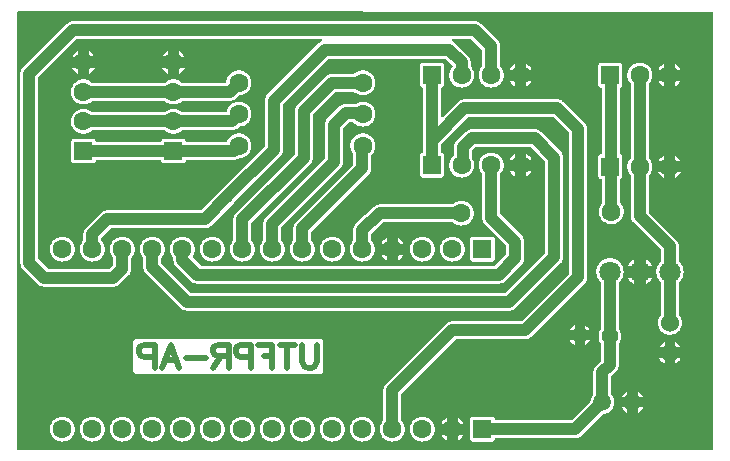
<source format=gbl>
G04 Layer: BottomLayer*
G04 EasyEDA v6.5.34, 2023-10-05 18:46:17*
G04 95b8fe5a1411474d91de7b1b8a81d935,93498b55e67a4190998fc8b5c4fdbdff,10*
G04 Gerber Generator version 0.2*
G04 Scale: 100 percent, Rotated: No, Reflected: No *
G04 Dimensions in millimeters *
G04 leading zeros omitted , absolute positions ,4 integer and 5 decimal *
%FSLAX45Y45*%
%MOMM*%

%ADD10C,0.5000*%
%ADD11C,1.0000*%
%ADD12C,1.4000*%
%ADD13C,1.5240*%
%ADD14C,1.8000*%
%ADD15C,1.6000*%
%ADD16R,1.6000X1.5240*%
%ADD17R,1.5240X1.6000*%
%ADD18C,1.5000*%
%ADD19R,1.6000X1.6000*%
%ADD20R,0.0134X1.6000*%

%LPD*%
G36*
X734568Y5258308D02*
G01*
X730656Y5259070D01*
X727405Y5261305D01*
X725170Y5264556D01*
X724408Y5268468D01*
X724408Y8963863D01*
X725170Y8967774D01*
X727405Y8971076D01*
X730707Y8973261D01*
X734568Y8974023D01*
X6606031Y8965742D01*
X6609943Y8964980D01*
X6613245Y8962745D01*
X6615430Y8959443D01*
X6616192Y8955582D01*
X6616192Y5268468D01*
X6615430Y5264556D01*
X6613194Y5261305D01*
X6609943Y5259070D01*
X6606031Y5258308D01*
G37*

%LPC*%
G36*
X1358849Y5329682D02*
G01*
X1372666Y5330596D01*
X1386230Y5333288D01*
X1399387Y5337708D01*
X1411782Y5343855D01*
X1423314Y5351526D01*
X1433728Y5360670D01*
X1442872Y5371084D01*
X1450543Y5382615D01*
X1456690Y5395010D01*
X1461109Y5408168D01*
X1463802Y5421731D01*
X1464716Y5435549D01*
X1463802Y5449366D01*
X1461109Y5462981D01*
X1456690Y5476087D01*
X1450543Y5488482D01*
X1442872Y5500014D01*
X1433728Y5510428D01*
X1423314Y5519572D01*
X1411782Y5527243D01*
X1399387Y5533390D01*
X1386230Y5537809D01*
X1372666Y5540552D01*
X1358849Y5541416D01*
X1345031Y5540552D01*
X1331417Y5537809D01*
X1318310Y5533390D01*
X1305915Y5527243D01*
X1294384Y5519572D01*
X1283970Y5510428D01*
X1274826Y5500014D01*
X1267155Y5488482D01*
X1261008Y5476087D01*
X1256588Y5462981D01*
X1253845Y5449366D01*
X1252982Y5435549D01*
X1253845Y5421731D01*
X1256588Y5408168D01*
X1261008Y5395010D01*
X1267155Y5382615D01*
X1274826Y5371084D01*
X1283970Y5360670D01*
X1294384Y5351526D01*
X1305915Y5343855D01*
X1318310Y5337708D01*
X1331417Y5333288D01*
X1345031Y5330596D01*
G37*
G36*
X2882849Y5329682D02*
G01*
X2896666Y5330596D01*
X2910230Y5333288D01*
X2923387Y5337708D01*
X2935782Y5343855D01*
X2947314Y5351526D01*
X2957728Y5360670D01*
X2966872Y5371084D01*
X2974543Y5382615D01*
X2980690Y5395010D01*
X2985109Y5408168D01*
X2987802Y5421731D01*
X2988716Y5435549D01*
X2987802Y5449366D01*
X2985109Y5462981D01*
X2980690Y5476087D01*
X2974543Y5488482D01*
X2966872Y5500014D01*
X2957728Y5510428D01*
X2947314Y5519572D01*
X2935782Y5527243D01*
X2923387Y5533390D01*
X2910230Y5537809D01*
X2896666Y5540552D01*
X2882849Y5541416D01*
X2869031Y5540552D01*
X2855417Y5537809D01*
X2842310Y5533390D01*
X2829915Y5527243D01*
X2818384Y5519572D01*
X2807970Y5510428D01*
X2798826Y5500014D01*
X2791155Y5488482D01*
X2785008Y5476087D01*
X2780588Y5462981D01*
X2777845Y5449366D01*
X2776982Y5435549D01*
X2777845Y5421731D01*
X2780588Y5408168D01*
X2785008Y5395010D01*
X2791155Y5382615D01*
X2798826Y5371084D01*
X2807970Y5360670D01*
X2818384Y5351526D01*
X2829915Y5343855D01*
X2842310Y5337708D01*
X2855417Y5333288D01*
X2869031Y5330596D01*
G37*
G36*
X2374849Y5329682D02*
G01*
X2388666Y5330596D01*
X2402230Y5333288D01*
X2415387Y5337708D01*
X2427782Y5343855D01*
X2439314Y5351526D01*
X2449728Y5360670D01*
X2458872Y5371084D01*
X2466543Y5382615D01*
X2472690Y5395010D01*
X2477109Y5408168D01*
X2479802Y5421731D01*
X2480716Y5435549D01*
X2479802Y5449366D01*
X2477109Y5462981D01*
X2472690Y5476087D01*
X2466543Y5488482D01*
X2458872Y5500014D01*
X2449728Y5510428D01*
X2439314Y5519572D01*
X2427782Y5527243D01*
X2415387Y5533390D01*
X2402230Y5537809D01*
X2388666Y5540552D01*
X2374849Y5541416D01*
X2361031Y5540552D01*
X2347417Y5537809D01*
X2334310Y5533390D01*
X2321915Y5527243D01*
X2310384Y5519572D01*
X2299970Y5510428D01*
X2290826Y5500014D01*
X2283155Y5488482D01*
X2277008Y5476087D01*
X2272588Y5462981D01*
X2269845Y5449366D01*
X2268982Y5435549D01*
X2269845Y5421731D01*
X2272588Y5408168D01*
X2277008Y5395010D01*
X2283155Y5382615D01*
X2290826Y5371084D01*
X2299970Y5360670D01*
X2310384Y5351526D01*
X2321915Y5343855D01*
X2334310Y5337708D01*
X2347417Y5333288D01*
X2361031Y5330596D01*
G37*
G36*
X3390849Y5329682D02*
G01*
X3404666Y5330596D01*
X3418230Y5333288D01*
X3431387Y5337708D01*
X3443782Y5343855D01*
X3455314Y5351526D01*
X3465728Y5360670D01*
X3474872Y5371084D01*
X3482543Y5382615D01*
X3488690Y5395010D01*
X3493109Y5408168D01*
X3495801Y5421731D01*
X3496716Y5435549D01*
X3495801Y5449366D01*
X3493109Y5462981D01*
X3488690Y5476087D01*
X3482543Y5488482D01*
X3474872Y5500014D01*
X3465728Y5510428D01*
X3455314Y5519572D01*
X3443782Y5527243D01*
X3431387Y5533390D01*
X3418230Y5537809D01*
X3404666Y5540552D01*
X3390849Y5541416D01*
X3377031Y5540552D01*
X3363417Y5537809D01*
X3350310Y5533390D01*
X3337915Y5527243D01*
X3326384Y5519572D01*
X3315970Y5510428D01*
X3306826Y5500014D01*
X3299155Y5488482D01*
X3293008Y5476087D01*
X3288588Y5462981D01*
X3285845Y5449366D01*
X3284982Y5435549D01*
X3285845Y5421731D01*
X3288588Y5408168D01*
X3293008Y5395010D01*
X3299155Y5382615D01*
X3306826Y5371084D01*
X3315970Y5360670D01*
X3326384Y5351526D01*
X3337915Y5343855D01*
X3350310Y5337708D01*
X3363417Y5333288D01*
X3377031Y5330596D01*
G37*
G36*
X1866849Y5329682D02*
G01*
X1880666Y5330596D01*
X1894230Y5333288D01*
X1907387Y5337708D01*
X1919782Y5343855D01*
X1931314Y5351526D01*
X1941728Y5360670D01*
X1950872Y5371084D01*
X1958543Y5382615D01*
X1964689Y5395010D01*
X1969109Y5408168D01*
X1971802Y5421731D01*
X1972716Y5435549D01*
X1971802Y5449366D01*
X1969109Y5462981D01*
X1964689Y5476087D01*
X1958543Y5488482D01*
X1950872Y5500014D01*
X1941728Y5510428D01*
X1931314Y5519572D01*
X1919782Y5527243D01*
X1907387Y5533390D01*
X1894230Y5537809D01*
X1880666Y5540552D01*
X1866849Y5541416D01*
X1853031Y5540552D01*
X1839417Y5537809D01*
X1826310Y5533390D01*
X1813915Y5527243D01*
X1802384Y5519572D01*
X1791970Y5510428D01*
X1782825Y5500014D01*
X1775155Y5488482D01*
X1769008Y5476087D01*
X1764588Y5462981D01*
X1761845Y5449366D01*
X1760982Y5435549D01*
X1761845Y5421731D01*
X1764588Y5408168D01*
X1769008Y5395010D01*
X1775155Y5382615D01*
X1782825Y5371084D01*
X1791970Y5360670D01*
X1802384Y5351526D01*
X1813915Y5343855D01*
X1826310Y5337708D01*
X1839417Y5333288D01*
X1853031Y5330596D01*
G37*
G36*
X4581448Y5329682D02*
G01*
X4740351Y5329682D01*
X4746650Y5330393D01*
X4752136Y5332323D01*
X4757013Y5335371D01*
X4761128Y5339486D01*
X4764176Y5344363D01*
X4767275Y5354218D01*
X4769510Y5357114D01*
X4772660Y5359044D01*
X4776266Y5359704D01*
X5450992Y5359755D01*
X5459831Y5360568D01*
X5462270Y5360974D01*
X5470855Y5363108D01*
X5473192Y5363870D01*
X5481421Y5367274D01*
X5483606Y5368391D01*
X5493258Y5374436D01*
X5500116Y5380075D01*
X5680964Y5560872D01*
X5683504Y5562752D01*
X5686450Y5563717D01*
X5700268Y5566054D01*
X5713171Y5570067D01*
X5725363Y5575706D01*
X5736742Y5582970D01*
X5747054Y5591657D01*
X5756097Y5601665D01*
X5763717Y5612790D01*
X5769762Y5624830D01*
X5774182Y5637530D01*
X5776874Y5650738D01*
X5777788Y5664200D01*
X5776874Y5677662D01*
X5774182Y5690870D01*
X5769762Y5703570D01*
X5763717Y5715609D01*
X5753506Y5730595D01*
X5752795Y5734253D01*
X5752795Y5882538D01*
X5753557Y5886450D01*
X5755792Y5889752D01*
X5795924Y5929934D01*
X5802985Y5938774D01*
X5807608Y5946394D01*
X5808726Y5948578D01*
X5812129Y5956808D01*
X5812891Y5959144D01*
X5815025Y5967780D01*
X5815431Y5970219D01*
X5816244Y5979058D01*
X5816295Y6161430D01*
X5816803Y6164478D01*
X5818174Y6167272D01*
X5822340Y6173165D01*
X5828334Y6184798D01*
X5832754Y6197142D01*
X5835396Y6209944D01*
X5836310Y6223000D01*
X5835396Y6236055D01*
X5832754Y6248857D01*
X5828334Y6261201D01*
X5822340Y6272834D01*
X5818174Y6278727D01*
X5816803Y6281521D01*
X5816295Y6284569D01*
X5816295Y6677304D01*
X5817158Y6681368D01*
X5819495Y6684721D01*
X5824880Y6689750D01*
X5834176Y6700977D01*
X5841949Y6713270D01*
X5848146Y6726428D01*
X5852668Y6740296D01*
X5855360Y6754571D01*
X5856274Y6769100D01*
X5855360Y6783628D01*
X5852668Y6797903D01*
X5848146Y6811772D01*
X5841949Y6824929D01*
X5834176Y6837222D01*
X5824880Y6848449D01*
X5814263Y6858406D01*
X5802477Y6866940D01*
X5789726Y6873951D01*
X5776214Y6879336D01*
X5762091Y6882942D01*
X5747664Y6884771D01*
X5733135Y6884771D01*
X5718708Y6882942D01*
X5704586Y6879336D01*
X5691073Y6873951D01*
X5678322Y6866940D01*
X5666536Y6858406D01*
X5655919Y6848449D01*
X5646623Y6837222D01*
X5638850Y6824929D01*
X5632653Y6811772D01*
X5628132Y6797903D01*
X5625439Y6783628D01*
X5624525Y6769100D01*
X5625439Y6754571D01*
X5628132Y6740296D01*
X5632653Y6726428D01*
X5638850Y6713270D01*
X5646623Y6700977D01*
X5655919Y6689750D01*
X5661304Y6684721D01*
X5663641Y6681368D01*
X5664504Y6677304D01*
X5664504Y6284569D01*
X5663996Y6281521D01*
X5662625Y6278727D01*
X5658459Y6272834D01*
X5652465Y6261201D01*
X5648045Y6248857D01*
X5645404Y6236055D01*
X5644489Y6223000D01*
X5645404Y6209944D01*
X5648045Y6197142D01*
X5652465Y6184798D01*
X5658459Y6173165D01*
X5662625Y6167272D01*
X5663996Y6164478D01*
X5664504Y6161430D01*
X5664504Y6017361D01*
X5663742Y6013450D01*
X5661507Y6010148D01*
X5621375Y5969965D01*
X5614314Y5961126D01*
X5609691Y5953506D01*
X5608574Y5951321D01*
X5605170Y5943092D01*
X5604408Y5940755D01*
X5602274Y5932119D01*
X5601868Y5929680D01*
X5601055Y5920841D01*
X5601004Y5733999D01*
X5600446Y5730697D01*
X5598820Y5727750D01*
X5593740Y5721299D01*
X5586882Y5709716D01*
X5581599Y5697270D01*
X5578043Y5684316D01*
X5576671Y5674258D01*
X5575706Y5671108D01*
X5573776Y5668416D01*
X5419852Y5514492D01*
X5416550Y5512257D01*
X5412689Y5511495D01*
X4776266Y5511495D01*
X4772660Y5512155D01*
X4769510Y5514086D01*
X4767275Y5516981D01*
X4766106Y5521350D01*
X4764176Y5526836D01*
X4761128Y5531713D01*
X4757013Y5535828D01*
X4752136Y5538876D01*
X4746650Y5540806D01*
X4740351Y5541518D01*
X4581448Y5541518D01*
X4575149Y5540806D01*
X4569663Y5538876D01*
X4564786Y5535828D01*
X4560671Y5531713D01*
X4557623Y5526836D01*
X4555693Y5521350D01*
X4554982Y5515051D01*
X4554982Y5356148D01*
X4555693Y5349849D01*
X4557623Y5344363D01*
X4560671Y5339486D01*
X4564786Y5335371D01*
X4569663Y5332323D01*
X4575149Y5330393D01*
G37*
G36*
X3898849Y5329682D02*
G01*
X3912666Y5330596D01*
X3926230Y5333288D01*
X3939387Y5337708D01*
X3951782Y5343855D01*
X3963314Y5351526D01*
X3973728Y5360670D01*
X3982872Y5371084D01*
X3990543Y5382615D01*
X3996690Y5395010D01*
X4001109Y5408168D01*
X4003801Y5421731D01*
X4004716Y5435549D01*
X4003801Y5449366D01*
X4001109Y5462981D01*
X3996690Y5476087D01*
X3990543Y5488482D01*
X3982872Y5500014D01*
X3977335Y5506313D01*
X3975455Y5509412D01*
X3974795Y5513019D01*
X3974795Y5730138D01*
X3975557Y5734050D01*
X3977792Y5737352D01*
X4435348Y6194907D01*
X4438650Y6197142D01*
X4442561Y6197904D01*
X5027269Y6197955D01*
X5036108Y6198768D01*
X5038547Y6199174D01*
X5047183Y6201308D01*
X5049520Y6202070D01*
X5057698Y6205474D01*
X5059934Y6206591D01*
X5067554Y6211214D01*
X5076393Y6218275D01*
X5529224Y6671106D01*
X5536285Y6679946D01*
X5540908Y6687566D01*
X5542026Y6689801D01*
X5545429Y6697980D01*
X5546191Y6700316D01*
X5548325Y6708952D01*
X5548731Y6711391D01*
X5549544Y6720230D01*
X5549544Y7978241D01*
X5548731Y7987080D01*
X5548325Y7989519D01*
X5546191Y7998155D01*
X5545429Y8000492D01*
X5542026Y8008721D01*
X5540908Y8010906D01*
X5536285Y8018525D01*
X5529224Y8027365D01*
X5347665Y8208924D01*
X5338826Y8215985D01*
X5331206Y8220608D01*
X5329021Y8221725D01*
X5320792Y8225129D01*
X5318455Y8225891D01*
X5309819Y8228025D01*
X5307380Y8228431D01*
X5298541Y8229244D01*
X4505858Y8229244D01*
X4497019Y8228431D01*
X4494580Y8228025D01*
X4485944Y8225891D01*
X4483608Y8225129D01*
X4475378Y8221725D01*
X4473194Y8220608D01*
X4465574Y8215985D01*
X4456734Y8208924D01*
X4328363Y8080603D01*
X4325061Y8078419D01*
X4321149Y8077606D01*
X4317288Y8078419D01*
X4313986Y8080603D01*
X4311751Y8083905D01*
X4310989Y8087766D01*
X4310989Y8318246D01*
X4311853Y8322309D01*
X4314240Y8325713D01*
X4317796Y8327847D01*
X4322622Y8329523D01*
X4327499Y8332571D01*
X4331614Y8336686D01*
X4334662Y8341563D01*
X4336592Y8347049D01*
X4337304Y8353348D01*
X4337304Y8512251D01*
X4336592Y8518550D01*
X4334662Y8524036D01*
X4331614Y8528913D01*
X4327499Y8533028D01*
X4322622Y8536076D01*
X4317136Y8538006D01*
X4310837Y8538718D01*
X4159554Y8538718D01*
X4153255Y8538006D01*
X4147769Y8536076D01*
X4142892Y8533028D01*
X4138777Y8528913D01*
X4135729Y8524036D01*
X4133799Y8518550D01*
X4133087Y8512251D01*
X4133087Y8353348D01*
X4133799Y8347049D01*
X4135729Y8341563D01*
X4138777Y8336686D01*
X4142892Y8332571D01*
X4147769Y8329523D01*
X4152392Y8327898D01*
X4155948Y8325764D01*
X4158335Y8322360D01*
X4159199Y8318296D01*
X4159199Y7785303D01*
X4158335Y7781239D01*
X4155948Y7777835D01*
X4152392Y7775702D01*
X4147769Y7774076D01*
X4142892Y7771028D01*
X4138777Y7766913D01*
X4135729Y7762036D01*
X4133799Y7756550D01*
X4133087Y7750251D01*
X4133087Y7591348D01*
X4133799Y7585049D01*
X4135729Y7579563D01*
X4138777Y7574686D01*
X4142892Y7570571D01*
X4147769Y7567523D01*
X4153255Y7565593D01*
X4159554Y7564881D01*
X4310837Y7564881D01*
X4317136Y7565593D01*
X4322622Y7567523D01*
X4327499Y7570571D01*
X4331614Y7574686D01*
X4334662Y7579563D01*
X4336592Y7585049D01*
X4337304Y7591348D01*
X4337304Y7750251D01*
X4336592Y7756550D01*
X4334662Y7762036D01*
X4331614Y7766913D01*
X4327499Y7771028D01*
X4322622Y7774076D01*
X4317796Y7775752D01*
X4314240Y7777886D01*
X4311853Y7781290D01*
X4310989Y7785353D01*
X4310989Y7844332D01*
X4311751Y7848244D01*
X4313986Y7851546D01*
X4536948Y8074507D01*
X4540250Y8076742D01*
X4544161Y8077504D01*
X5260238Y8077504D01*
X5264150Y8076742D01*
X5267452Y8074507D01*
X5394807Y7947152D01*
X5397042Y7943850D01*
X5397804Y7939938D01*
X5397804Y6758533D01*
X5397042Y6754622D01*
X5394807Y6751370D01*
X4996129Y6352692D01*
X4992878Y6350457D01*
X4988966Y6349695D01*
X4404258Y6349644D01*
X4395419Y6348831D01*
X4392980Y6348425D01*
X4384344Y6346291D01*
X4382008Y6345529D01*
X4373778Y6342126D01*
X4371594Y6341008D01*
X4363974Y6336385D01*
X4355134Y6329324D01*
X3843375Y5817565D01*
X3836314Y5808726D01*
X3831691Y5801106D01*
X3830574Y5798921D01*
X3827170Y5790692D01*
X3826408Y5788355D01*
X3824274Y5779719D01*
X3823868Y5777280D01*
X3823055Y5768441D01*
X3823004Y5513120D01*
X3822344Y5509564D01*
X3820464Y5506415D01*
X3814826Y5500014D01*
X3807155Y5488482D01*
X3801008Y5476087D01*
X3796588Y5462981D01*
X3793845Y5449366D01*
X3792982Y5435549D01*
X3793845Y5421731D01*
X3796588Y5408168D01*
X3801008Y5395010D01*
X3807155Y5382615D01*
X3814826Y5371084D01*
X3823970Y5360670D01*
X3834384Y5351526D01*
X3845915Y5343855D01*
X3858310Y5337708D01*
X3871417Y5333288D01*
X3885031Y5330596D01*
G37*
G36*
X1612900Y5329732D02*
G01*
X1626717Y5330647D01*
X1640281Y5333339D01*
X1653438Y5337759D01*
X1665833Y5343906D01*
X1677365Y5351576D01*
X1687779Y5360720D01*
X1696923Y5371134D01*
X1704593Y5382666D01*
X1710740Y5395061D01*
X1715160Y5408218D01*
X1717852Y5421782D01*
X1718767Y5435600D01*
X1717852Y5449417D01*
X1715160Y5463032D01*
X1710740Y5476138D01*
X1704593Y5488533D01*
X1696923Y5500065D01*
X1687779Y5510479D01*
X1677365Y5519623D01*
X1665833Y5527294D01*
X1653438Y5533440D01*
X1640281Y5537860D01*
X1626717Y5540603D01*
X1612900Y5541467D01*
X1599082Y5540603D01*
X1585468Y5537860D01*
X1572361Y5533440D01*
X1559966Y5527294D01*
X1548434Y5519623D01*
X1538020Y5510479D01*
X1528876Y5500065D01*
X1521206Y5488533D01*
X1515059Y5476138D01*
X1510639Y5463032D01*
X1507896Y5449417D01*
X1507032Y5435600D01*
X1507896Y5421782D01*
X1510639Y5408218D01*
X1515059Y5395061D01*
X1521206Y5382666D01*
X1528876Y5371134D01*
X1538020Y5360720D01*
X1548434Y5351576D01*
X1559966Y5343906D01*
X1572361Y5337759D01*
X1585468Y5333339D01*
X1599082Y5330647D01*
G37*
G36*
X1104900Y5329732D02*
G01*
X1118717Y5330647D01*
X1132281Y5333339D01*
X1145438Y5337759D01*
X1157833Y5343906D01*
X1169365Y5351576D01*
X1179779Y5360720D01*
X1188923Y5371134D01*
X1196594Y5382666D01*
X1202740Y5395061D01*
X1207160Y5408218D01*
X1209852Y5421782D01*
X1210767Y5435600D01*
X1209852Y5449417D01*
X1207160Y5463032D01*
X1202740Y5476138D01*
X1196594Y5488533D01*
X1188923Y5500065D01*
X1179779Y5510479D01*
X1169365Y5519623D01*
X1157833Y5527294D01*
X1145438Y5533440D01*
X1132281Y5537860D01*
X1118717Y5540603D01*
X1104900Y5541467D01*
X1091082Y5540603D01*
X1077468Y5537860D01*
X1064361Y5533440D01*
X1051966Y5527294D01*
X1040434Y5519623D01*
X1030020Y5510479D01*
X1020876Y5500065D01*
X1013206Y5488533D01*
X1007059Y5476138D01*
X1002639Y5463032D01*
X999896Y5449417D01*
X999032Y5435600D01*
X999896Y5421782D01*
X1002639Y5408218D01*
X1007059Y5395061D01*
X1013206Y5382666D01*
X1020876Y5371134D01*
X1030020Y5360720D01*
X1040434Y5351576D01*
X1051966Y5343906D01*
X1064361Y5337759D01*
X1077468Y5333339D01*
X1091082Y5330647D01*
G37*
G36*
X2120900Y5329732D02*
G01*
X2134717Y5330647D01*
X2148281Y5333339D01*
X2161438Y5337759D01*
X2173833Y5343906D01*
X2185365Y5351576D01*
X2195779Y5360720D01*
X2204923Y5371134D01*
X2212594Y5382666D01*
X2218740Y5395061D01*
X2223160Y5408218D01*
X2225852Y5421782D01*
X2226767Y5435600D01*
X2225852Y5449417D01*
X2223160Y5463032D01*
X2218740Y5476138D01*
X2212594Y5488533D01*
X2204923Y5500065D01*
X2195779Y5510479D01*
X2185365Y5519623D01*
X2173833Y5527294D01*
X2161438Y5533440D01*
X2148281Y5537860D01*
X2134717Y5540603D01*
X2120900Y5541467D01*
X2107082Y5540603D01*
X2093468Y5537860D01*
X2080361Y5533440D01*
X2067966Y5527294D01*
X2056434Y5519623D01*
X2046020Y5510479D01*
X2036876Y5500065D01*
X2029206Y5488533D01*
X2023059Y5476138D01*
X2018639Y5463032D01*
X2015896Y5449417D01*
X2015032Y5435600D01*
X2015896Y5421782D01*
X2018639Y5408218D01*
X2023059Y5395061D01*
X2029206Y5382666D01*
X2036876Y5371134D01*
X2046020Y5360720D01*
X2056434Y5351576D01*
X2067966Y5343906D01*
X2080361Y5337759D01*
X2093468Y5333339D01*
X2107082Y5330647D01*
G37*
G36*
X3136900Y5329732D02*
G01*
X3150717Y5330647D01*
X3164281Y5333339D01*
X3177438Y5337759D01*
X3189833Y5343906D01*
X3201365Y5351576D01*
X3211779Y5360720D01*
X3220923Y5371134D01*
X3228594Y5382666D01*
X3234740Y5395061D01*
X3239160Y5408218D01*
X3241852Y5421782D01*
X3242767Y5435600D01*
X3241852Y5449417D01*
X3239160Y5463032D01*
X3234740Y5476138D01*
X3228594Y5488533D01*
X3220923Y5500065D01*
X3211779Y5510479D01*
X3201365Y5519623D01*
X3189833Y5527294D01*
X3177438Y5533440D01*
X3164281Y5537860D01*
X3150717Y5540603D01*
X3136900Y5541467D01*
X3123082Y5540603D01*
X3109468Y5537860D01*
X3096361Y5533440D01*
X3083966Y5527294D01*
X3072434Y5519623D01*
X3062020Y5510479D01*
X3052876Y5500065D01*
X3045206Y5488533D01*
X3039059Y5476138D01*
X3034639Y5463032D01*
X3031896Y5449417D01*
X3031032Y5435600D01*
X3031896Y5421782D01*
X3034639Y5408218D01*
X3039059Y5395061D01*
X3045206Y5382666D01*
X3052876Y5371134D01*
X3062020Y5360720D01*
X3072434Y5351576D01*
X3083966Y5343906D01*
X3096361Y5337759D01*
X3109468Y5333339D01*
X3123082Y5330647D01*
G37*
G36*
X3644900Y5329732D02*
G01*
X3658717Y5330647D01*
X3672281Y5333339D01*
X3685438Y5337759D01*
X3697833Y5343906D01*
X3709365Y5351576D01*
X3719779Y5360720D01*
X3728923Y5371134D01*
X3736594Y5382666D01*
X3742740Y5395061D01*
X3747160Y5408218D01*
X3749852Y5421782D01*
X3750767Y5435600D01*
X3749852Y5449417D01*
X3747160Y5463032D01*
X3742740Y5476138D01*
X3736594Y5488533D01*
X3728923Y5500065D01*
X3719779Y5510479D01*
X3709365Y5519623D01*
X3697833Y5527294D01*
X3685438Y5533440D01*
X3672281Y5537860D01*
X3658717Y5540603D01*
X3644900Y5541467D01*
X3631082Y5540603D01*
X3617468Y5537860D01*
X3604361Y5533440D01*
X3591966Y5527294D01*
X3580434Y5519623D01*
X3570020Y5510479D01*
X3560876Y5500065D01*
X3553206Y5488533D01*
X3547059Y5476138D01*
X3542639Y5463032D01*
X3539896Y5449417D01*
X3539032Y5435600D01*
X3539896Y5421782D01*
X3542639Y5408218D01*
X3547059Y5395061D01*
X3553206Y5382666D01*
X3560876Y5371134D01*
X3570020Y5360720D01*
X3580434Y5351576D01*
X3591966Y5343906D01*
X3604361Y5337759D01*
X3617468Y5333339D01*
X3631082Y5330647D01*
G37*
G36*
X4152900Y5329732D02*
G01*
X4166717Y5330647D01*
X4180281Y5333339D01*
X4193438Y5337759D01*
X4205833Y5343906D01*
X4217365Y5351576D01*
X4227779Y5360720D01*
X4236872Y5371134D01*
X4244594Y5382666D01*
X4250740Y5395061D01*
X4255160Y5408218D01*
X4257852Y5421782D01*
X4258767Y5435600D01*
X4257852Y5449417D01*
X4255160Y5463032D01*
X4250740Y5476138D01*
X4244594Y5488533D01*
X4236872Y5500065D01*
X4227779Y5510479D01*
X4217365Y5519623D01*
X4205833Y5527294D01*
X4193438Y5533440D01*
X4180281Y5537860D01*
X4166717Y5540603D01*
X4152900Y5541467D01*
X4139082Y5540603D01*
X4125468Y5537860D01*
X4112361Y5533440D01*
X4099966Y5527294D01*
X4088434Y5519623D01*
X4078020Y5510479D01*
X4068876Y5500065D01*
X4061206Y5488533D01*
X4055059Y5476138D01*
X4050639Y5463032D01*
X4047896Y5449417D01*
X4046982Y5435600D01*
X4047896Y5421782D01*
X4050639Y5408218D01*
X4055059Y5395061D01*
X4061206Y5382666D01*
X4068876Y5371134D01*
X4078020Y5360720D01*
X4088434Y5351576D01*
X4099966Y5343906D01*
X4112361Y5337759D01*
X4125468Y5333339D01*
X4139082Y5330647D01*
G37*
G36*
X2628900Y5329732D02*
G01*
X2642717Y5330647D01*
X2656281Y5333339D01*
X2669438Y5337759D01*
X2681833Y5343906D01*
X2693365Y5351576D01*
X2703779Y5360720D01*
X2712923Y5371134D01*
X2720594Y5382666D01*
X2726740Y5395061D01*
X2731160Y5408218D01*
X2733852Y5421782D01*
X2734767Y5435600D01*
X2733852Y5449417D01*
X2731160Y5463032D01*
X2726740Y5476138D01*
X2720594Y5488533D01*
X2712923Y5500065D01*
X2703779Y5510479D01*
X2693365Y5519623D01*
X2681833Y5527294D01*
X2669438Y5533440D01*
X2656281Y5537860D01*
X2642717Y5540603D01*
X2628900Y5541467D01*
X2615082Y5540603D01*
X2601468Y5537860D01*
X2588361Y5533440D01*
X2575966Y5527294D01*
X2564434Y5519623D01*
X2554020Y5510479D01*
X2544876Y5500065D01*
X2537206Y5488533D01*
X2531059Y5476138D01*
X2526639Y5463032D01*
X2523896Y5449417D01*
X2523032Y5435600D01*
X2523896Y5421782D01*
X2526639Y5408218D01*
X2531059Y5395061D01*
X2537206Y5382666D01*
X2544876Y5371134D01*
X2554020Y5360720D01*
X2564434Y5351576D01*
X2575966Y5343906D01*
X2588361Y5337759D01*
X2601468Y5333339D01*
X2615082Y5330647D01*
G37*
G36*
X4360570Y5340654D02*
G01*
X4360570Y5389270D01*
X4311954Y5389270D01*
X4315206Y5382666D01*
X4322876Y5371134D01*
X4332020Y5360720D01*
X4342434Y5351576D01*
X4353966Y5343906D01*
G37*
G36*
X4453229Y5340654D02*
G01*
X4459833Y5343906D01*
X4471365Y5351576D01*
X4481779Y5360720D01*
X4490923Y5371134D01*
X4498594Y5382666D01*
X4501845Y5389270D01*
X4453229Y5389270D01*
G37*
G36*
X4311954Y5481929D02*
G01*
X4360570Y5481929D01*
X4360570Y5530545D01*
X4353966Y5527294D01*
X4342434Y5519623D01*
X4332020Y5510479D01*
X4322876Y5500065D01*
X4315206Y5488533D01*
G37*
G36*
X4453229Y5481929D02*
G01*
X4501845Y5481929D01*
X4498594Y5488533D01*
X4490923Y5500065D01*
X4481779Y5510479D01*
X4471365Y5519623D01*
X4459833Y5527294D01*
X4453229Y5530545D01*
G37*
G36*
X5887059Y5573471D02*
G01*
X5887059Y5620359D01*
X5840171Y5620359D01*
X5840882Y5618683D01*
X5847740Y5607100D01*
X5856071Y5596534D01*
X5865774Y5587136D01*
X5876594Y5579160D01*
G37*
G36*
X5974740Y5573572D02*
G01*
X5979363Y5575706D01*
X5990742Y5582970D01*
X6001054Y5591657D01*
X6010097Y5601665D01*
X6017717Y5612790D01*
X6021527Y5620359D01*
X5974740Y5620359D01*
G37*
G36*
X5974740Y5708040D02*
G01*
X6021527Y5708040D01*
X6017717Y5715609D01*
X6010097Y5726734D01*
X6001054Y5736742D01*
X5990742Y5745429D01*
X5979363Y5752693D01*
X5974740Y5754827D01*
G37*
G36*
X5840171Y5708040D02*
G01*
X5887059Y5708040D01*
X5887059Y5754928D01*
X5876594Y5749239D01*
X5865774Y5741263D01*
X5856071Y5731865D01*
X5847740Y5721299D01*
X5840882Y5709716D01*
G37*
G36*
X1732076Y5903772D02*
G01*
X3288334Y5903772D01*
X3294634Y5904484D01*
X3300120Y5906414D01*
X3304997Y5909462D01*
X3309112Y5913577D01*
X3312160Y5918454D01*
X3314090Y5923940D01*
X3314801Y5930239D01*
X3314801Y6173063D01*
X3314090Y6179413D01*
X3312160Y6184849D01*
X3309112Y6189776D01*
X3304997Y6193840D01*
X3300120Y6196939D01*
X3294634Y6198819D01*
X3288334Y6199530D01*
X1732076Y6199530D01*
X1725777Y6198819D01*
X1720291Y6196939D01*
X1715414Y6193840D01*
X1711299Y6189776D01*
X1708251Y6184849D01*
X1706321Y6179413D01*
X1705610Y6173063D01*
X1705610Y5930239D01*
X1706321Y5923940D01*
X1708251Y5918454D01*
X1711299Y5913577D01*
X1715414Y5909462D01*
X1720291Y5906414D01*
X1725777Y5904484D01*
G37*
G36*
X6203950Y5991656D02*
G01*
X6203950Y6038850D01*
X6156756Y6038850D01*
X6158890Y6034227D01*
X6166205Y6022746D01*
X6174994Y6012332D01*
X6185154Y6003188D01*
X6196380Y5995466D01*
G37*
G36*
X6292850Y5991656D02*
G01*
X6300419Y5995466D01*
X6311646Y6003188D01*
X6321806Y6012332D01*
X6330594Y6022746D01*
X6337909Y6034227D01*
X6340043Y6038850D01*
X6292850Y6038850D01*
G37*
G36*
X6292850Y6127750D02*
G01*
X6340195Y6127750D01*
X6334455Y6138214D01*
X6326378Y6149187D01*
X6316878Y6158992D01*
X6306159Y6167475D01*
X6294424Y6174435D01*
X6292850Y6175095D01*
G37*
G36*
X6156604Y6127750D02*
G01*
X6203950Y6127750D01*
X6203950Y6175095D01*
X6202375Y6174435D01*
X6190640Y6167475D01*
X6179921Y6158992D01*
X6170422Y6149187D01*
X6162344Y6138214D01*
G37*
G36*
X5526989Y6146546D02*
G01*
X5529732Y6147765D01*
X5540959Y6154572D01*
X5551068Y6162852D01*
X5560009Y6172403D01*
X5567578Y6183071D01*
X5571947Y6191554D01*
X5526989Y6191554D01*
G37*
G36*
X5444286Y6146546D02*
G01*
X5444286Y6191554D01*
X5399328Y6191554D01*
X5403697Y6183071D01*
X5411266Y6172403D01*
X5420207Y6162852D01*
X5430316Y6154572D01*
X5441543Y6147765D01*
G37*
G36*
X6248400Y6235192D02*
G01*
X6262014Y6236106D01*
X6275374Y6238849D01*
X6288278Y6243320D01*
X6300419Y6249466D01*
X6311646Y6257188D01*
X6321806Y6266332D01*
X6330594Y6276746D01*
X6337909Y6288227D01*
X6343650Y6300622D01*
X6347714Y6313627D01*
X6349949Y6327089D01*
X6350406Y6340703D01*
X6349085Y6354267D01*
X6345885Y6367526D01*
X6341008Y6380276D01*
X6334455Y6392214D01*
X6326276Y6403289D01*
X6324803Y6406134D01*
X6324295Y6409334D01*
X6324295Y6677304D01*
X6325158Y6681368D01*
X6327495Y6684721D01*
X6332880Y6689750D01*
X6342176Y6700977D01*
X6349949Y6713270D01*
X6356146Y6726428D01*
X6360668Y6740296D01*
X6363360Y6754571D01*
X6364274Y6769100D01*
X6363360Y6783628D01*
X6360668Y6797903D01*
X6356146Y6811772D01*
X6349949Y6824929D01*
X6342176Y6837222D01*
X6332880Y6848449D01*
X6327495Y6853478D01*
X6325158Y6856831D01*
X6324295Y6860895D01*
X6324244Y6987641D01*
X6323431Y6996480D01*
X6323025Y6998919D01*
X6320891Y7007555D01*
X6320129Y7009892D01*
X6316726Y7018121D01*
X6315608Y7020306D01*
X6310985Y7027925D01*
X6303924Y7036765D01*
X6073292Y7267448D01*
X6071057Y7270750D01*
X6070295Y7274661D01*
X6070295Y7580528D01*
X6070955Y7584084D01*
X6072835Y7587234D01*
X6078474Y7593634D01*
X6086144Y7605166D01*
X6092291Y7617561D01*
X6096762Y7630718D01*
X6099454Y7644282D01*
X6100368Y7658100D01*
X6099454Y7671917D01*
X6096762Y7685481D01*
X6092291Y7698638D01*
X6086144Y7711033D01*
X6078474Y7722565D01*
X6072835Y7728966D01*
X6070955Y7732115D01*
X6070346Y7735671D01*
X6070346Y8355228D01*
X6070955Y8358784D01*
X6072835Y8361934D01*
X6078474Y8368334D01*
X6086144Y8379866D01*
X6092291Y8392261D01*
X6096762Y8405418D01*
X6099454Y8418982D01*
X6100368Y8432800D01*
X6099454Y8446617D01*
X6096762Y8460181D01*
X6092291Y8473338D01*
X6086144Y8485733D01*
X6078474Y8497265D01*
X6069330Y8507679D01*
X6058916Y8516823D01*
X6047384Y8524494D01*
X6034989Y8530640D01*
X6021882Y8535060D01*
X6008268Y8537803D01*
X5994450Y8538667D01*
X5980633Y8537803D01*
X5967069Y8535060D01*
X5953963Y8530640D01*
X5941517Y8524494D01*
X5929985Y8516823D01*
X5919571Y8507679D01*
X5910478Y8497265D01*
X5902756Y8485733D01*
X5896660Y8473338D01*
X5892190Y8460181D01*
X5889498Y8446617D01*
X5888583Y8432800D01*
X5889498Y8418982D01*
X5892190Y8405418D01*
X5896660Y8392261D01*
X5902756Y8379866D01*
X5910478Y8368334D01*
X5915964Y8362035D01*
X5917844Y8358936D01*
X5918504Y8355330D01*
X5918504Y7735570D01*
X5917844Y7731963D01*
X5915964Y7728864D01*
X5910478Y7722565D01*
X5902756Y7711033D01*
X5896660Y7698638D01*
X5892190Y7685481D01*
X5889498Y7671917D01*
X5888583Y7658100D01*
X5889498Y7644282D01*
X5892190Y7630718D01*
X5896660Y7617561D01*
X5902756Y7605166D01*
X5910478Y7593634D01*
X5915964Y7587335D01*
X5917844Y7584236D01*
X5918504Y7580680D01*
X5918555Y7236358D01*
X5919368Y7227519D01*
X5919774Y7225080D01*
X5921908Y7216444D01*
X5922670Y7214108D01*
X5926074Y7205878D01*
X5927191Y7203694D01*
X5931814Y7196074D01*
X5938875Y7187234D01*
X6169507Y6956552D01*
X6171742Y6953250D01*
X6172504Y6949338D01*
X6172504Y6860895D01*
X6171641Y6856831D01*
X6169304Y6853478D01*
X6163919Y6848449D01*
X6154623Y6837222D01*
X6146850Y6824929D01*
X6140653Y6811772D01*
X6136132Y6797903D01*
X6133439Y6783628D01*
X6132525Y6769100D01*
X6133439Y6754571D01*
X6136132Y6740296D01*
X6140653Y6726428D01*
X6146850Y6713270D01*
X6154623Y6700977D01*
X6163919Y6689750D01*
X6169304Y6684721D01*
X6171641Y6681368D01*
X6172504Y6677304D01*
X6172504Y6409334D01*
X6171996Y6406134D01*
X6170523Y6403289D01*
X6162344Y6392214D01*
X6155791Y6380276D01*
X6150914Y6367526D01*
X6147714Y6354267D01*
X6146393Y6340703D01*
X6146850Y6327089D01*
X6149086Y6313627D01*
X6153150Y6300622D01*
X6158890Y6288227D01*
X6166205Y6276746D01*
X6174994Y6266332D01*
X6185154Y6257188D01*
X6196380Y6249466D01*
X6208522Y6243320D01*
X6221425Y6238849D01*
X6234785Y6236106D01*
G37*
G36*
X5526989Y6274257D02*
G01*
X5571947Y6274257D01*
X5567578Y6282740D01*
X5560009Y6293408D01*
X5551068Y6302959D01*
X5540959Y6311239D01*
X5529732Y6318046D01*
X5526989Y6319266D01*
G37*
G36*
X5399328Y6274257D02*
G01*
X5444286Y6274257D01*
X5444286Y6319266D01*
X5441543Y6318046D01*
X5430316Y6311239D01*
X5420207Y6302959D01*
X5411266Y6293408D01*
X5403697Y6282740D01*
G37*
G36*
X2159101Y6439204D02*
G01*
X4892141Y6439255D01*
X4900980Y6440068D01*
X4903419Y6440474D01*
X4912055Y6442608D01*
X4914392Y6443370D01*
X4922621Y6446774D01*
X4924806Y6447891D01*
X4932426Y6452514D01*
X4941265Y6459575D01*
X5326024Y6844334D01*
X5333085Y6853174D01*
X5337708Y6860794D01*
X5338826Y6862978D01*
X5342229Y6871208D01*
X5342991Y6873544D01*
X5345125Y6882180D01*
X5345531Y6884619D01*
X5346344Y6893458D01*
X5346344Y7736941D01*
X5345531Y7745780D01*
X5345125Y7748219D01*
X5342991Y7756855D01*
X5342229Y7759192D01*
X5338826Y7767421D01*
X5337708Y7769606D01*
X5333085Y7777225D01*
X5326024Y7786065D01*
X5157165Y7954924D01*
X5148326Y7961985D01*
X5140706Y7966608D01*
X5138521Y7967725D01*
X5130292Y7971129D01*
X5127955Y7971891D01*
X5119319Y7974025D01*
X5116880Y7974431D01*
X5108041Y7975244D01*
X4569358Y7975244D01*
X4560519Y7974431D01*
X4558080Y7974025D01*
X4549444Y7971891D01*
X4547108Y7971129D01*
X4538878Y7967725D01*
X4536694Y7966608D01*
X4529074Y7961985D01*
X4520234Y7954924D01*
X4440275Y7874965D01*
X4433214Y7866125D01*
X4428591Y7858506D01*
X4427474Y7856321D01*
X4424070Y7848092D01*
X4423308Y7845755D01*
X4421174Y7837119D01*
X4420768Y7834680D01*
X4419955Y7825841D01*
X4419904Y7758684D01*
X4418990Y7754467D01*
X4416450Y7751013D01*
X4410303Y7745679D01*
X4401210Y7735265D01*
X4393488Y7723733D01*
X4387392Y7711338D01*
X4382922Y7698181D01*
X4380230Y7684617D01*
X4379315Y7670800D01*
X4380230Y7656982D01*
X4382922Y7643418D01*
X4387392Y7630261D01*
X4393488Y7617866D01*
X4401210Y7606334D01*
X4410303Y7595920D01*
X4420717Y7586776D01*
X4432249Y7579106D01*
X4444695Y7572959D01*
X4457801Y7568539D01*
X4471365Y7565796D01*
X4485182Y7564932D01*
X4499000Y7565796D01*
X4512614Y7568539D01*
X4525721Y7572959D01*
X4538116Y7579106D01*
X4549648Y7586776D01*
X4560062Y7595920D01*
X4569206Y7606334D01*
X4576876Y7617866D01*
X4583023Y7630261D01*
X4587494Y7643418D01*
X4590186Y7656982D01*
X4591100Y7670800D01*
X4590186Y7684617D01*
X4587494Y7698181D01*
X4583023Y7711338D01*
X4576876Y7723733D01*
X4573422Y7728966D01*
X4572152Y7731658D01*
X4571695Y7734604D01*
X4571695Y7787538D01*
X4572457Y7791450D01*
X4574692Y7794752D01*
X4600448Y7820507D01*
X4603750Y7822742D01*
X4607661Y7823504D01*
X5069738Y7823504D01*
X5073650Y7822742D01*
X5076952Y7820507D01*
X5191607Y7705852D01*
X5193842Y7702550D01*
X5194604Y7698638D01*
X5194604Y6931761D01*
X5193842Y6927850D01*
X5191607Y6924548D01*
X4861052Y6593992D01*
X4857750Y6591757D01*
X4853838Y6590995D01*
X2194661Y6590995D01*
X2190750Y6591757D01*
X2187448Y6593992D01*
X1945792Y6835648D01*
X1943557Y6838950D01*
X1942795Y6842861D01*
X1942795Y6882079D01*
X1943455Y6885686D01*
X1945335Y6888784D01*
X1950923Y6895134D01*
X1958593Y6906666D01*
X1964740Y6919061D01*
X1969160Y6932218D01*
X1971903Y6945782D01*
X1972767Y6959600D01*
X1971903Y6973417D01*
X1969160Y6987031D01*
X1964740Y7000138D01*
X1958593Y7012533D01*
X1950923Y7024065D01*
X1941779Y7034479D01*
X1931365Y7043623D01*
X1919833Y7051294D01*
X1907438Y7057440D01*
X1894332Y7061860D01*
X1880717Y7064603D01*
X1866900Y7065467D01*
X1853082Y7064603D01*
X1839518Y7061860D01*
X1826361Y7057440D01*
X1813966Y7051294D01*
X1802434Y7043623D01*
X1792020Y7034479D01*
X1782876Y7024065D01*
X1775206Y7012533D01*
X1769059Y7000138D01*
X1764639Y6987031D01*
X1761947Y6973417D01*
X1761032Y6959600D01*
X1761947Y6945782D01*
X1764639Y6932218D01*
X1769059Y6919061D01*
X1775206Y6906666D01*
X1782876Y6895134D01*
X1788464Y6888784D01*
X1790344Y6885686D01*
X1791004Y6882079D01*
X1791055Y6804558D01*
X1791868Y6795719D01*
X1792274Y6793280D01*
X1794408Y6784644D01*
X1795170Y6782308D01*
X1798574Y6774078D01*
X1799691Y6771894D01*
X1804314Y6764274D01*
X1811375Y6755434D01*
X2107234Y6459575D01*
X2116074Y6452514D01*
X2123694Y6447891D01*
X2125878Y6446774D01*
X2134108Y6443370D01*
X2136444Y6442608D01*
X2145080Y6440474D01*
X2147519Y6440068D01*
X2156358Y6439255D01*
G37*
G36*
X952601Y6642404D02*
G01*
X1539341Y6642455D01*
X1548180Y6643268D01*
X1550619Y6643674D01*
X1559255Y6645808D01*
X1561592Y6646570D01*
X1569821Y6649974D01*
X1572006Y6651091D01*
X1579626Y6655714D01*
X1588465Y6662775D01*
X1668424Y6742734D01*
X1675485Y6751574D01*
X1680108Y6759194D01*
X1681225Y6761378D01*
X1684629Y6769608D01*
X1685391Y6771944D01*
X1687525Y6780580D01*
X1687931Y6783019D01*
X1688744Y6791858D01*
X1688795Y6881977D01*
X1689455Y6885533D01*
X1691335Y6888683D01*
X1696974Y6895084D01*
X1704644Y6906615D01*
X1710791Y6919010D01*
X1715211Y6932168D01*
X1717954Y6945731D01*
X1718818Y6959549D01*
X1717954Y6973366D01*
X1715211Y6986981D01*
X1710791Y7000087D01*
X1704644Y7012482D01*
X1696974Y7024014D01*
X1687830Y7034428D01*
X1677416Y7043572D01*
X1665884Y7051243D01*
X1653489Y7057390D01*
X1640332Y7061809D01*
X1626768Y7064552D01*
X1612950Y7065416D01*
X1599133Y7064552D01*
X1585569Y7061809D01*
X1572412Y7057390D01*
X1560017Y7051243D01*
X1548485Y7043572D01*
X1538071Y7034428D01*
X1528927Y7024014D01*
X1521256Y7012482D01*
X1515110Y7000087D01*
X1510690Y6986981D01*
X1507947Y6973366D01*
X1507083Y6959549D01*
X1507947Y6945731D01*
X1510690Y6932168D01*
X1515110Y6919010D01*
X1521256Y6906615D01*
X1528927Y6895084D01*
X1534464Y6888784D01*
X1536344Y6885686D01*
X1537004Y6882079D01*
X1537004Y6830161D01*
X1536242Y6826250D01*
X1534007Y6822948D01*
X1508252Y6797192D01*
X1504950Y6794957D01*
X1501038Y6794195D01*
X988161Y6794195D01*
X984250Y6794957D01*
X980948Y6797192D01*
X904392Y6873748D01*
X902157Y6877050D01*
X901395Y6880961D01*
X901395Y8409838D01*
X902157Y8413750D01*
X904392Y8417052D01*
X1222248Y8734907D01*
X1225550Y8737142D01*
X1229461Y8737904D01*
X3293668Y8737904D01*
X3297478Y8737142D01*
X3300780Y8735009D01*
X3302965Y8731758D01*
X3303828Y8727948D01*
X3303117Y8724087D01*
X3301034Y8720734D01*
X3297834Y8718499D01*
X3291941Y8715806D01*
X3284474Y8711285D01*
X3275634Y8704224D01*
X2840075Y8268665D01*
X2833014Y8259825D01*
X2828391Y8252206D01*
X2827274Y8250021D01*
X2823870Y8241792D01*
X2823108Y8239455D01*
X2820974Y8230819D01*
X2820568Y8228380D01*
X2819755Y8219541D01*
X2819704Y7832090D01*
X2818892Y7828178D01*
X2816707Y7824876D01*
X2448458Y7459268D01*
X2281682Y7292492D01*
X2278380Y7290257D01*
X2274468Y7289495D01*
X1483258Y7289444D01*
X1474419Y7288631D01*
X1471980Y7288225D01*
X1463344Y7286091D01*
X1461008Y7285329D01*
X1452778Y7281925D01*
X1450594Y7280808D01*
X1442974Y7276185D01*
X1434134Y7269124D01*
X1303375Y7138365D01*
X1296314Y7129525D01*
X1291691Y7121906D01*
X1290574Y7119721D01*
X1287170Y7111492D01*
X1286408Y7109155D01*
X1284274Y7100519D01*
X1283868Y7098080D01*
X1283055Y7089241D01*
X1283004Y7037120D01*
X1282344Y7033514D01*
X1280464Y7030415D01*
X1274876Y7024065D01*
X1267206Y7012533D01*
X1261059Y7000138D01*
X1256639Y6987031D01*
X1253947Y6973417D01*
X1253032Y6959600D01*
X1253947Y6945782D01*
X1256639Y6932218D01*
X1261059Y6919061D01*
X1267206Y6906666D01*
X1274876Y6895134D01*
X1284020Y6884720D01*
X1294434Y6875576D01*
X1305966Y6867906D01*
X1318361Y6861759D01*
X1331518Y6857339D01*
X1345082Y6854647D01*
X1358900Y6853732D01*
X1372717Y6854647D01*
X1386332Y6857339D01*
X1399438Y6861759D01*
X1411833Y6867906D01*
X1423365Y6875576D01*
X1433779Y6884720D01*
X1442923Y6895134D01*
X1450594Y6906666D01*
X1456740Y6919061D01*
X1461160Y6932218D01*
X1463903Y6945782D01*
X1464767Y6959600D01*
X1463903Y6973417D01*
X1461160Y6987031D01*
X1456740Y7000138D01*
X1450594Y7012533D01*
X1442923Y7024065D01*
X1437335Y7030415D01*
X1435455Y7033564D01*
X1434795Y7037120D01*
X1434795Y7050938D01*
X1435557Y7054850D01*
X1437792Y7058152D01*
X1514348Y7134707D01*
X1517650Y7136942D01*
X1521561Y7137704D01*
X2312771Y7137755D01*
X2321610Y7138568D01*
X2324049Y7138974D01*
X2332685Y7141108D01*
X2335022Y7141870D01*
X2343251Y7145274D01*
X2345436Y7146391D01*
X2353056Y7151014D01*
X2361895Y7158075D01*
X2546502Y7342631D01*
X2556713Y7351623D01*
X2562453Y7358532D01*
X2951124Y7744510D01*
X2956610Y7751114D01*
X2958236Y7753400D01*
X2962656Y7760716D01*
X2963926Y7763205D01*
X2967228Y7771130D01*
X2968091Y7773720D01*
X2970174Y7782052D01*
X2970631Y7784795D01*
X2971444Y7793329D01*
X2971495Y8181238D01*
X2972257Y8185150D01*
X2974492Y8188452D01*
X3355848Y8569807D01*
X3359150Y8572042D01*
X3363061Y8572804D01*
X4345838Y8572804D01*
X4349750Y8572042D01*
X4353052Y8569807D01*
X4405884Y8516975D01*
X4408017Y8513826D01*
X4408830Y8510117D01*
X4408220Y8506358D01*
X4406341Y8503107D01*
X4401210Y8497265D01*
X4393488Y8485733D01*
X4387392Y8473338D01*
X4382922Y8460181D01*
X4380230Y8446617D01*
X4379315Y8432800D01*
X4380230Y8418982D01*
X4382922Y8405418D01*
X4387392Y8392261D01*
X4393488Y8379866D01*
X4401210Y8368334D01*
X4410303Y8357920D01*
X4420717Y8348776D01*
X4432249Y8341106D01*
X4444695Y8334959D01*
X4457801Y8330539D01*
X4471365Y8327796D01*
X4485182Y8326932D01*
X4499000Y8327796D01*
X4512614Y8330539D01*
X4525721Y8334959D01*
X4538116Y8341106D01*
X4549648Y8348776D01*
X4560062Y8357920D01*
X4569206Y8368334D01*
X4576876Y8379866D01*
X4583023Y8392261D01*
X4587494Y8405418D01*
X4590186Y8418982D01*
X4591100Y8432800D01*
X4590186Y8446617D01*
X4587494Y8460181D01*
X4583023Y8473338D01*
X4576876Y8485733D01*
X4569206Y8497265D01*
X4563567Y8503666D01*
X4561687Y8506815D01*
X4561027Y8510371D01*
X4560976Y8547709D01*
X4560163Y8556548D01*
X4559757Y8558987D01*
X4557623Y8567623D01*
X4556861Y8569960D01*
X4553458Y8578189D01*
X4552340Y8580374D01*
X4547717Y8587994D01*
X4540656Y8596833D01*
X4433265Y8704224D01*
X4424426Y8711285D01*
X4416958Y8715806D01*
X4411065Y8718499D01*
X4407865Y8720734D01*
X4405782Y8724087D01*
X4405071Y8727948D01*
X4405934Y8731758D01*
X4408119Y8735009D01*
X4411421Y8737142D01*
X4415231Y8737904D01*
X4561738Y8737904D01*
X4565650Y8737142D01*
X4568952Y8734907D01*
X4656226Y8647633D01*
X4658410Y8644331D01*
X4659172Y8640470D01*
X4659172Y8510219D01*
X4658512Y8506612D01*
X4656683Y8503513D01*
X4651197Y8497265D01*
X4643475Y8485733D01*
X4637379Y8473338D01*
X4632909Y8460181D01*
X4630216Y8446617D01*
X4629302Y8432800D01*
X4630216Y8418982D01*
X4632909Y8405418D01*
X4637379Y8392261D01*
X4643475Y8379866D01*
X4651197Y8368334D01*
X4660341Y8357920D01*
X4670755Y8348776D01*
X4682236Y8341106D01*
X4694682Y8334959D01*
X4707788Y8330539D01*
X4721352Y8327796D01*
X4735220Y8326932D01*
X4749038Y8327796D01*
X4762601Y8330539D01*
X4775708Y8334959D01*
X4788154Y8341106D01*
X4799634Y8348776D01*
X4810048Y8357920D01*
X4819192Y8368334D01*
X4826914Y8379866D01*
X4833010Y8392261D01*
X4837480Y8405418D01*
X4840173Y8418982D01*
X4841087Y8432800D01*
X4840173Y8446617D01*
X4837480Y8460181D01*
X4833010Y8473338D01*
X4826914Y8485733D01*
X4819192Y8497265D01*
X4813503Y8503716D01*
X4811674Y8506866D01*
X4811014Y8510422D01*
X4810963Y8678773D01*
X4810099Y8687612D01*
X4809693Y8690051D01*
X4807559Y8698687D01*
X4806797Y8700973D01*
X4803394Y8709202D01*
X4802276Y8711387D01*
X4797704Y8719007D01*
X4796282Y8721039D01*
X4790592Y8727897D01*
X4649165Y8869324D01*
X4640326Y8876385D01*
X4632706Y8881008D01*
X4630521Y8882126D01*
X4622292Y8885529D01*
X4619955Y8886291D01*
X4611319Y8888425D01*
X4608880Y8888831D01*
X4600041Y8889644D01*
X1191158Y8889644D01*
X1182319Y8888831D01*
X1179880Y8888425D01*
X1171244Y8886291D01*
X1168908Y8885529D01*
X1160678Y8882126D01*
X1158494Y8881008D01*
X1150874Y8876385D01*
X1142034Y8869324D01*
X769975Y8497265D01*
X762914Y8488426D01*
X758291Y8480806D01*
X757174Y8478621D01*
X753770Y8470392D01*
X753008Y8468055D01*
X750874Y8459419D01*
X750468Y8456980D01*
X749655Y8448141D01*
X749655Y6842658D01*
X750468Y6833819D01*
X750874Y6831380D01*
X753008Y6822744D01*
X753770Y6820408D01*
X757174Y6812178D01*
X758291Y6809994D01*
X762914Y6802374D01*
X769975Y6793534D01*
X900734Y6662775D01*
X909574Y6655714D01*
X917194Y6651091D01*
X919378Y6649974D01*
X927608Y6646570D01*
X929944Y6645808D01*
X938580Y6643674D01*
X941019Y6643268D01*
X949858Y6642455D01*
G37*
G36*
X5943041Y6665366D02*
G01*
X5943041Y6717741D01*
X5890717Y6717741D01*
X5892850Y6713270D01*
X5900623Y6700977D01*
X5909919Y6689750D01*
X5920536Y6679793D01*
X5932322Y6671259D01*
G37*
G36*
X6045758Y6665366D02*
G01*
X6056477Y6671259D01*
X6068263Y6679793D01*
X6078880Y6689750D01*
X6088176Y6700977D01*
X6095949Y6713270D01*
X6098082Y6717741D01*
X6045758Y6717741D01*
G37*
G36*
X2248001Y6667804D02*
G01*
X4803241Y6667855D01*
X4812080Y6668668D01*
X4814519Y6669074D01*
X4823155Y6671208D01*
X4825492Y6671970D01*
X4833721Y6675374D01*
X4835906Y6676491D01*
X4843526Y6681114D01*
X4852365Y6688175D01*
X4995824Y6831634D01*
X5002885Y6840474D01*
X5007508Y6848094D01*
X5008626Y6850278D01*
X5012029Y6858508D01*
X5012791Y6860844D01*
X5014925Y6869480D01*
X5015331Y6871919D01*
X5016144Y6880758D01*
X5016144Y7025741D01*
X5015331Y7034580D01*
X5014925Y7037019D01*
X5012791Y7045655D01*
X5012029Y7047992D01*
X5008626Y7056221D01*
X5007508Y7058406D01*
X5002885Y7066025D01*
X4995824Y7074865D01*
X4815840Y7254951D01*
X4813604Y7258202D01*
X4812842Y7262063D01*
X4811369Y7593533D01*
X4811979Y7597140D01*
X4813858Y7600238D01*
X4819192Y7606334D01*
X4826914Y7617866D01*
X4833010Y7630261D01*
X4837480Y7643418D01*
X4840173Y7656982D01*
X4841087Y7670800D01*
X4840173Y7684617D01*
X4837480Y7698181D01*
X4833010Y7711338D01*
X4826914Y7723733D01*
X4819192Y7735265D01*
X4810048Y7745679D01*
X4799634Y7754823D01*
X4788154Y7762494D01*
X4775708Y7768640D01*
X4762601Y7773060D01*
X4749038Y7775803D01*
X4735220Y7776667D01*
X4721352Y7775803D01*
X4707788Y7773060D01*
X4694682Y7768640D01*
X4682236Y7762494D01*
X4670755Y7754823D01*
X4660341Y7745679D01*
X4651197Y7735265D01*
X4643475Y7723733D01*
X4637379Y7711338D01*
X4632909Y7698181D01*
X4630216Y7684617D01*
X4629302Y7670800D01*
X4630216Y7656982D01*
X4632909Y7643418D01*
X4637379Y7630261D01*
X4643475Y7617866D01*
X4651197Y7606334D01*
X4656988Y7599680D01*
X4658868Y7596581D01*
X4659528Y7593025D01*
X4661255Y7223658D01*
X4662119Y7214412D01*
X4664710Y7203389D01*
X4665370Y7201408D01*
X4669891Y7191044D01*
X4675886Y7181392D01*
X4681829Y7174280D01*
X4861407Y6994652D01*
X4863642Y6991350D01*
X4864404Y6987438D01*
X4864404Y6919061D01*
X4863642Y6915150D01*
X4861407Y6911848D01*
X4772152Y6822592D01*
X4768850Y6820357D01*
X4764938Y6819595D01*
X2283561Y6819595D01*
X2279650Y6820357D01*
X2276348Y6822592D01*
X2210409Y6888530D01*
X2208428Y6891375D01*
X2207463Y6894728D01*
X2207717Y6898182D01*
X2209139Y6901383D01*
X2212644Y6906615D01*
X2218791Y6919010D01*
X2223211Y6932168D01*
X2225954Y6945731D01*
X2226818Y6959549D01*
X2225954Y6973366D01*
X2223211Y6986981D01*
X2218791Y7000087D01*
X2212644Y7012482D01*
X2204974Y7024014D01*
X2195830Y7034428D01*
X2185416Y7043572D01*
X2173884Y7051243D01*
X2161489Y7057390D01*
X2148332Y7061809D01*
X2134768Y7064552D01*
X2120950Y7065416D01*
X2107133Y7064552D01*
X2093569Y7061809D01*
X2080412Y7057390D01*
X2068017Y7051243D01*
X2056485Y7043572D01*
X2046071Y7034428D01*
X2036927Y7024014D01*
X2029256Y7012482D01*
X2023110Y7000087D01*
X2018690Y6986981D01*
X2015947Y6973366D01*
X2015083Y6959549D01*
X2015947Y6945731D01*
X2018690Y6932168D01*
X2023110Y6919010D01*
X2029256Y6906615D01*
X2036927Y6895084D01*
X2042464Y6888784D01*
X2044344Y6885686D01*
X2045004Y6882130D01*
X2045055Y6867956D01*
X2045868Y6859219D01*
X2046274Y6856780D01*
X2048408Y6848144D01*
X2049170Y6845808D01*
X2052574Y6837578D01*
X2053691Y6835394D01*
X2058314Y6827774D01*
X2065375Y6818934D01*
X2196134Y6688175D01*
X2204974Y6681114D01*
X2212594Y6676491D01*
X2214778Y6675374D01*
X2223008Y6671970D01*
X2225344Y6671208D01*
X2233980Y6669074D01*
X2236419Y6668668D01*
X2245258Y6667855D01*
G37*
G36*
X5890717Y6820458D02*
G01*
X5943041Y6820458D01*
X5943041Y6872884D01*
X5932322Y6866940D01*
X5920536Y6858406D01*
X5909919Y6848449D01*
X5900623Y6837222D01*
X5892850Y6824929D01*
G37*
G36*
X6045758Y6820458D02*
G01*
X6098082Y6820458D01*
X6095949Y6824929D01*
X6088176Y6837222D01*
X6078880Y6848449D01*
X6068263Y6858406D01*
X6056477Y6866940D01*
X6045758Y6872884D01*
G37*
G36*
X4152950Y6853681D02*
G01*
X4166768Y6854596D01*
X4180332Y6857288D01*
X4193489Y6861708D01*
X4205884Y6867855D01*
X4217416Y6875525D01*
X4227830Y6884670D01*
X4236974Y6895084D01*
X4244644Y6906615D01*
X4250791Y6919010D01*
X4255211Y6932168D01*
X4257903Y6945731D01*
X4258818Y6959549D01*
X4257903Y6973366D01*
X4255211Y6986981D01*
X4250791Y7000087D01*
X4244644Y7012482D01*
X4236974Y7024014D01*
X4227830Y7034428D01*
X4217416Y7043572D01*
X4205884Y7051243D01*
X4193489Y7057390D01*
X4180332Y7061809D01*
X4166768Y7064552D01*
X4152950Y7065416D01*
X4139133Y7064552D01*
X4125518Y7061809D01*
X4112412Y7057390D01*
X4100017Y7051243D01*
X4088485Y7043572D01*
X4078071Y7034428D01*
X4068927Y7024014D01*
X4061256Y7012482D01*
X4055110Y7000087D01*
X4050690Y6986981D01*
X4047947Y6973366D01*
X4047083Y6959549D01*
X4047947Y6945731D01*
X4050690Y6932168D01*
X4055110Y6919010D01*
X4061256Y6906615D01*
X4068927Y6895084D01*
X4078071Y6884670D01*
X4088485Y6875525D01*
X4100017Y6867855D01*
X4112412Y6861708D01*
X4125518Y6857288D01*
X4139133Y6854596D01*
G37*
G36*
X4581448Y6853681D02*
G01*
X4740351Y6853681D01*
X4746650Y6854393D01*
X4752136Y6856323D01*
X4757013Y6859371D01*
X4761128Y6863486D01*
X4764176Y6868363D01*
X4766106Y6873849D01*
X4766818Y6880148D01*
X4766818Y7039051D01*
X4766106Y7045350D01*
X4764176Y7050836D01*
X4761128Y7055713D01*
X4757013Y7059828D01*
X4752136Y7062876D01*
X4746650Y7064806D01*
X4740351Y7065518D01*
X4581448Y7065518D01*
X4575149Y7064806D01*
X4569663Y7062876D01*
X4564786Y7059828D01*
X4560671Y7055713D01*
X4557623Y7050836D01*
X4555693Y7045350D01*
X4554982Y7039051D01*
X4554982Y6880148D01*
X4555693Y6873849D01*
X4557623Y6868363D01*
X4560671Y6863486D01*
X4564786Y6859371D01*
X4569663Y6856323D01*
X4575149Y6854393D01*
G37*
G36*
X3644950Y6853681D02*
G01*
X3658768Y6854596D01*
X3672332Y6857288D01*
X3685489Y6861708D01*
X3697884Y6867855D01*
X3709415Y6875525D01*
X3719829Y6884670D01*
X3728974Y6895084D01*
X3736644Y6906615D01*
X3742791Y6919010D01*
X3747211Y6932168D01*
X3749954Y6945731D01*
X3750818Y6959549D01*
X3749954Y6973366D01*
X3747211Y6986981D01*
X3742791Y7000087D01*
X3736644Y7012482D01*
X3728974Y7024014D01*
X3723335Y7030415D01*
X3721455Y7033564D01*
X3720795Y7037120D01*
X3720795Y7086853D01*
X3721658Y7090918D01*
X3724097Y7094321D01*
X3823919Y7185812D01*
X3827119Y7187793D01*
X3830777Y7188504D01*
X4405579Y7188504D01*
X4409186Y7187844D01*
X4412284Y7185964D01*
X4418634Y7180376D01*
X4430166Y7172706D01*
X4442561Y7166559D01*
X4455718Y7162139D01*
X4469282Y7159396D01*
X4483100Y7158532D01*
X4496917Y7159396D01*
X4510481Y7162139D01*
X4523638Y7166559D01*
X4536033Y7172706D01*
X4547565Y7180376D01*
X4557979Y7189520D01*
X4567123Y7199934D01*
X4574794Y7211466D01*
X4580940Y7223861D01*
X4585360Y7237018D01*
X4588103Y7250582D01*
X4588967Y7264400D01*
X4588103Y7278217D01*
X4585360Y7291781D01*
X4580940Y7304938D01*
X4574794Y7317333D01*
X4567123Y7328865D01*
X4557979Y7339279D01*
X4547565Y7348423D01*
X4536033Y7356094D01*
X4523638Y7362240D01*
X4510481Y7366660D01*
X4496917Y7369403D01*
X4483100Y7370267D01*
X4469282Y7369403D01*
X4455718Y7366660D01*
X4442561Y7362240D01*
X4430166Y7356094D01*
X4418634Y7348423D01*
X4412284Y7342835D01*
X4409186Y7340955D01*
X4405579Y7340295D01*
X3797655Y7340295D01*
X3786479Y7339482D01*
X3775354Y7337044D01*
X3764787Y7332980D01*
X3754932Y7327341D01*
X3745737Y7320076D01*
X3593744Y7180783D01*
X3589223Y7176312D01*
X3585870Y7172401D01*
X3582162Y7167422D01*
X3579418Y7163053D01*
X3576523Y7157618D01*
X3574440Y7152894D01*
X3572357Y7147052D01*
X3571036Y7142073D01*
X3569817Y7135977D01*
X3569258Y7130846D01*
X3569004Y7124496D01*
X3569004Y7037019D01*
X3568344Y7033412D01*
X3566464Y7030313D01*
X3560927Y7024014D01*
X3553256Y7012482D01*
X3547110Y7000087D01*
X3542690Y6986981D01*
X3539947Y6973366D01*
X3539083Y6959549D01*
X3539947Y6945731D01*
X3542690Y6932168D01*
X3547110Y6919010D01*
X3553256Y6906615D01*
X3560927Y6895084D01*
X3570071Y6884670D01*
X3580485Y6875525D01*
X3592017Y6867855D01*
X3604412Y6861708D01*
X3617569Y6857288D01*
X3631133Y6854596D01*
G37*
G36*
X3136950Y6853681D02*
G01*
X3150768Y6854596D01*
X3164382Y6857288D01*
X3177489Y6861708D01*
X3189884Y6867855D01*
X3201416Y6875525D01*
X3211830Y6884670D01*
X3220974Y6895084D01*
X3228644Y6906615D01*
X3234791Y6919010D01*
X3239211Y6932168D01*
X3241954Y6945731D01*
X3242818Y6959549D01*
X3241954Y6973366D01*
X3239211Y6986981D01*
X3234791Y7000087D01*
X3228644Y7012482D01*
X3220974Y7024014D01*
X3215335Y7030415D01*
X3213455Y7033564D01*
X3212795Y7037120D01*
X3212795Y7101738D01*
X3213557Y7105650D01*
X3215792Y7108952D01*
X3700424Y7593634D01*
X3707485Y7602474D01*
X3712108Y7610094D01*
X3713226Y7612278D01*
X3716629Y7620508D01*
X3717391Y7622844D01*
X3719525Y7631480D01*
X3719931Y7633919D01*
X3720744Y7642758D01*
X3720795Y7753553D01*
X3721455Y7757159D01*
X3723335Y7760309D01*
X3733190Y7771434D01*
X3740912Y7782966D01*
X3747008Y7795361D01*
X3751478Y7808518D01*
X3754170Y7822082D01*
X3755085Y7835900D01*
X3754170Y7849717D01*
X3751478Y7863281D01*
X3747008Y7876438D01*
X3740912Y7888833D01*
X3733190Y7900365D01*
X3724046Y7910779D01*
X3713632Y7919923D01*
X3702151Y7927594D01*
X3689705Y7933740D01*
X3676599Y7938160D01*
X3663035Y7940903D01*
X3649218Y7941767D01*
X3635349Y7940903D01*
X3621786Y7938160D01*
X3608679Y7933740D01*
X3596233Y7927594D01*
X3584752Y7919923D01*
X3574338Y7910779D01*
X3565194Y7900365D01*
X3557473Y7888833D01*
X3551377Y7876438D01*
X3546906Y7863281D01*
X3544214Y7849717D01*
X3543300Y7835900D01*
X3544214Y7822082D01*
X3546906Y7808518D01*
X3551377Y7795361D01*
X3557473Y7782966D01*
X3568344Y7766862D01*
X3569004Y7763256D01*
X3569004Y7681061D01*
X3568242Y7677150D01*
X3566007Y7673848D01*
X3081375Y7189165D01*
X3074314Y7180325D01*
X3069691Y7172706D01*
X3068574Y7170521D01*
X3065170Y7162292D01*
X3064408Y7159955D01*
X3062274Y7151319D01*
X3061868Y7148880D01*
X3061055Y7140041D01*
X3061004Y7037019D01*
X3060344Y7033412D01*
X3058464Y7030313D01*
X3052927Y7024014D01*
X3045256Y7012482D01*
X3039110Y7000087D01*
X3034690Y6986981D01*
X3031998Y6973366D01*
X3031083Y6959549D01*
X3031998Y6945731D01*
X3034690Y6932168D01*
X3039110Y6919010D01*
X3045256Y6906615D01*
X3052927Y6895084D01*
X3062071Y6884670D01*
X3072485Y6875525D01*
X3084017Y6867855D01*
X3096412Y6861708D01*
X3109569Y6857288D01*
X3123133Y6854596D01*
G37*
G36*
X2628950Y6853681D02*
G01*
X2642768Y6854596D01*
X2656332Y6857288D01*
X2669489Y6861708D01*
X2681884Y6867855D01*
X2693416Y6875525D01*
X2703830Y6884670D01*
X2712974Y6895084D01*
X2720644Y6906615D01*
X2726791Y6919010D01*
X2731211Y6932168D01*
X2733954Y6945731D01*
X2734818Y6959549D01*
X2733954Y6973366D01*
X2731211Y6986981D01*
X2726791Y7000087D01*
X2720644Y7012482D01*
X2712974Y7024014D01*
X2707335Y7030415D01*
X2705455Y7033564D01*
X2704795Y7037120D01*
X2704795Y7177938D01*
X2705557Y7181850D01*
X2707792Y7185152D01*
X3205124Y7682534D01*
X3212185Y7691374D01*
X3216808Y7698994D01*
X3217926Y7701178D01*
X3221329Y7709408D01*
X3222091Y7711744D01*
X3224225Y7720380D01*
X3224631Y7722819D01*
X3225444Y7731658D01*
X3225495Y8092338D01*
X3226257Y8096250D01*
X3228492Y8099552D01*
X3419348Y8290407D01*
X3422650Y8292642D01*
X3426561Y8293404D01*
X3571697Y8293404D01*
X3575253Y8292744D01*
X3578402Y8290864D01*
X3584752Y8285276D01*
X3596233Y8277606D01*
X3608679Y8271459D01*
X3621786Y8267039D01*
X3635349Y8264296D01*
X3649218Y8263432D01*
X3663035Y8264296D01*
X3676599Y8267039D01*
X3689705Y8271459D01*
X3702151Y8277606D01*
X3713632Y8285276D01*
X3724046Y8294420D01*
X3733190Y8304834D01*
X3740912Y8316366D01*
X3747008Y8328761D01*
X3751478Y8341918D01*
X3754170Y8355482D01*
X3755085Y8369300D01*
X3754170Y8383117D01*
X3751478Y8396681D01*
X3747008Y8409838D01*
X3740912Y8422233D01*
X3733190Y8433765D01*
X3724046Y8444179D01*
X3713632Y8453323D01*
X3702151Y8460994D01*
X3689705Y8467140D01*
X3676599Y8471560D01*
X3663035Y8474303D01*
X3649218Y8475167D01*
X3635349Y8474303D01*
X3621786Y8471560D01*
X3608679Y8467140D01*
X3596233Y8460994D01*
X3584752Y8453323D01*
X3578402Y8447735D01*
X3575253Y8445855D01*
X3571697Y8445195D01*
X3388258Y8445144D01*
X3379419Y8444331D01*
X3376980Y8443925D01*
X3368344Y8441791D01*
X3366008Y8441029D01*
X3357778Y8437626D01*
X3355594Y8436508D01*
X3347974Y8431885D01*
X3339134Y8424824D01*
X3094075Y8179765D01*
X3087014Y8170925D01*
X3082391Y8163306D01*
X3081274Y8161121D01*
X3077870Y8152892D01*
X3077108Y8150555D01*
X3074974Y8141919D01*
X3074568Y8139480D01*
X3073755Y8130641D01*
X3073704Y7769961D01*
X3072942Y7766050D01*
X3070707Y7762748D01*
X2573375Y7265365D01*
X2566314Y7256525D01*
X2561691Y7248906D01*
X2560574Y7246721D01*
X2557170Y7238492D01*
X2556408Y7236155D01*
X2554274Y7227519D01*
X2553868Y7225080D01*
X2553055Y7216241D01*
X2553004Y7037019D01*
X2552344Y7033412D01*
X2550464Y7030313D01*
X2544927Y7024014D01*
X2537256Y7012482D01*
X2531110Y7000087D01*
X2526690Y6986981D01*
X2523947Y6973366D01*
X2523083Y6959549D01*
X2523947Y6945731D01*
X2526690Y6932168D01*
X2531110Y6919010D01*
X2537256Y6906615D01*
X2544927Y6895084D01*
X2554071Y6884670D01*
X2564485Y6875525D01*
X2576017Y6867855D01*
X2588412Y6861708D01*
X2601569Y6857288D01*
X2615133Y6854596D01*
G37*
G36*
X1104900Y6853732D02*
G01*
X1118717Y6854596D01*
X1132281Y6857339D01*
X1145438Y6861759D01*
X1157833Y6867906D01*
X1169365Y6875576D01*
X1179779Y6884720D01*
X1188923Y6895134D01*
X1196594Y6906666D01*
X1202740Y6919061D01*
X1207160Y6932218D01*
X1209903Y6945782D01*
X1210767Y6959600D01*
X1209903Y6973417D01*
X1207160Y6986981D01*
X1202740Y7000138D01*
X1196594Y7012533D01*
X1188923Y7024065D01*
X1179779Y7034479D01*
X1169365Y7043623D01*
X1157833Y7051294D01*
X1145438Y7057440D01*
X1132281Y7061860D01*
X1118717Y7064603D01*
X1104900Y7065467D01*
X1091082Y7064603D01*
X1077518Y7061860D01*
X1064361Y7057440D01*
X1051966Y7051294D01*
X1040434Y7043623D01*
X1030020Y7034479D01*
X1020876Y7024065D01*
X1013206Y7012533D01*
X1007059Y7000138D01*
X1002639Y6986981D01*
X999896Y6973417D01*
X999032Y6959600D01*
X999896Y6945782D01*
X1002639Y6932218D01*
X1007059Y6919061D01*
X1013206Y6906666D01*
X1020876Y6895134D01*
X1030020Y6884720D01*
X1040434Y6875576D01*
X1051966Y6867906D01*
X1064361Y6861759D01*
X1077518Y6857339D01*
X1091082Y6854596D01*
G37*
G36*
X2374900Y6853732D02*
G01*
X2388717Y6854647D01*
X2402332Y6857339D01*
X2415438Y6861759D01*
X2427833Y6867906D01*
X2439365Y6875576D01*
X2449779Y6884720D01*
X2458923Y6895134D01*
X2466594Y6906666D01*
X2472740Y6919061D01*
X2477160Y6932218D01*
X2479903Y6945782D01*
X2480767Y6959600D01*
X2479903Y6973417D01*
X2477160Y6987031D01*
X2472740Y7000138D01*
X2466594Y7012533D01*
X2458923Y7024065D01*
X2449779Y7034479D01*
X2439365Y7043623D01*
X2427833Y7051294D01*
X2415438Y7057440D01*
X2402332Y7061860D01*
X2388717Y7064603D01*
X2374900Y7065467D01*
X2361082Y7064603D01*
X2347518Y7061860D01*
X2334361Y7057440D01*
X2321966Y7051294D01*
X2310434Y7043623D01*
X2300020Y7034479D01*
X2290876Y7024065D01*
X2283206Y7012533D01*
X2277059Y7000138D01*
X2272639Y6987031D01*
X2269947Y6973417D01*
X2269032Y6959600D01*
X2269947Y6945782D01*
X2272639Y6932218D01*
X2277059Y6919061D01*
X2283206Y6906666D01*
X2290876Y6895134D01*
X2300020Y6884720D01*
X2310434Y6875576D01*
X2321966Y6867906D01*
X2334361Y6861759D01*
X2347518Y6857339D01*
X2361082Y6854647D01*
G37*
G36*
X3390900Y6853732D02*
G01*
X3404717Y6854647D01*
X3418281Y6857339D01*
X3431438Y6861759D01*
X3443833Y6867906D01*
X3455365Y6875576D01*
X3465779Y6884720D01*
X3474923Y6895134D01*
X3482594Y6906666D01*
X3488740Y6919061D01*
X3493160Y6932218D01*
X3495903Y6945782D01*
X3496767Y6959600D01*
X3495903Y6973417D01*
X3493160Y6987031D01*
X3488740Y7000138D01*
X3482594Y7012533D01*
X3474923Y7024065D01*
X3465779Y7034479D01*
X3455365Y7043623D01*
X3443833Y7051294D01*
X3431438Y7057440D01*
X3418281Y7061860D01*
X3404717Y7064603D01*
X3390900Y7065467D01*
X3377082Y7064603D01*
X3363518Y7061860D01*
X3350361Y7057440D01*
X3337966Y7051294D01*
X3326434Y7043623D01*
X3316020Y7034479D01*
X3306876Y7024065D01*
X3299206Y7012533D01*
X3293059Y7000138D01*
X3288639Y6987031D01*
X3285896Y6973417D01*
X3285032Y6959600D01*
X3285896Y6945782D01*
X3288639Y6932218D01*
X3293059Y6919061D01*
X3299206Y6906666D01*
X3306876Y6895134D01*
X3316020Y6884720D01*
X3326434Y6875576D01*
X3337966Y6867906D01*
X3350361Y6861759D01*
X3363518Y6857339D01*
X3377082Y6854647D01*
G37*
G36*
X4406900Y6853732D02*
G01*
X4420717Y6854647D01*
X4434281Y6857339D01*
X4447438Y6861759D01*
X4459833Y6867906D01*
X4471365Y6875576D01*
X4481779Y6884720D01*
X4490923Y6895134D01*
X4498594Y6906666D01*
X4504740Y6919061D01*
X4509160Y6932218D01*
X4511903Y6945782D01*
X4512767Y6959600D01*
X4511903Y6973417D01*
X4509160Y6987031D01*
X4504740Y7000138D01*
X4498594Y7012533D01*
X4490923Y7024065D01*
X4481779Y7034479D01*
X4471365Y7043623D01*
X4459833Y7051294D01*
X4447438Y7057440D01*
X4434281Y7061860D01*
X4420717Y7064603D01*
X4406900Y7065467D01*
X4393082Y7064603D01*
X4379518Y7061860D01*
X4366361Y7057440D01*
X4353966Y7051294D01*
X4342434Y7043623D01*
X4332020Y7034479D01*
X4322876Y7024065D01*
X4315206Y7012533D01*
X4309059Y7000138D01*
X4304639Y6987031D01*
X4301896Y6973417D01*
X4301032Y6959600D01*
X4301896Y6945782D01*
X4304639Y6932218D01*
X4309059Y6919061D01*
X4315206Y6906666D01*
X4322876Y6895134D01*
X4332020Y6884720D01*
X4342434Y6875576D01*
X4353966Y6867906D01*
X4366361Y6861759D01*
X4379518Y6857339D01*
X4393082Y6854647D01*
G37*
G36*
X2882900Y6853732D02*
G01*
X2896717Y6854647D01*
X2910332Y6857339D01*
X2923438Y6861759D01*
X2935833Y6867906D01*
X2947365Y6875576D01*
X2957779Y6884720D01*
X2966923Y6895134D01*
X2974594Y6906666D01*
X2980740Y6919061D01*
X2985160Y6932218D01*
X2987903Y6945782D01*
X2988767Y6959600D01*
X2987903Y6973417D01*
X2985160Y6987031D01*
X2980740Y7000138D01*
X2974594Y7012533D01*
X2966923Y7024065D01*
X2961335Y7030415D01*
X2959455Y7033564D01*
X2958795Y7037120D01*
X2958795Y7139838D01*
X2959557Y7143750D01*
X2961792Y7147052D01*
X3459124Y7644434D01*
X3466185Y7653274D01*
X3470808Y7660894D01*
X3471926Y7663078D01*
X3475329Y7671308D01*
X3476091Y7673644D01*
X3478225Y7682280D01*
X3478631Y7684719D01*
X3479444Y7693558D01*
X3479495Y7978038D01*
X3480257Y7981950D01*
X3482492Y7985252D01*
X3533648Y8036407D01*
X3536950Y8038642D01*
X3540861Y8039404D01*
X3559505Y8039404D01*
X3563670Y8038490D01*
X3567125Y8035950D01*
X3574338Y8027720D01*
X3584752Y8018576D01*
X3596233Y8010906D01*
X3608679Y8004759D01*
X3621786Y8000339D01*
X3635349Y7997596D01*
X3649218Y7996732D01*
X3663035Y7997596D01*
X3676599Y8000339D01*
X3689705Y8004759D01*
X3702151Y8010906D01*
X3713632Y8018576D01*
X3724046Y8027720D01*
X3733190Y8038134D01*
X3740912Y8049666D01*
X3747008Y8062061D01*
X3751478Y8075218D01*
X3754170Y8088782D01*
X3755085Y8102600D01*
X3754170Y8116417D01*
X3751478Y8129981D01*
X3747008Y8143138D01*
X3740912Y8155533D01*
X3733190Y8167065D01*
X3724046Y8177479D01*
X3713632Y8186623D01*
X3702151Y8194294D01*
X3689705Y8200440D01*
X3676599Y8204860D01*
X3663035Y8207603D01*
X3649218Y8208467D01*
X3635349Y8207603D01*
X3621786Y8204860D01*
X3608679Y8200440D01*
X3596233Y8194294D01*
X3591509Y8191652D01*
X3588562Y8191195D01*
X3502558Y8191144D01*
X3493719Y8190331D01*
X3491280Y8189925D01*
X3482644Y8187791D01*
X3480308Y8187029D01*
X3472078Y8183625D01*
X3469894Y8182508D01*
X3462274Y8177885D01*
X3453434Y8170824D01*
X3348075Y8065465D01*
X3341014Y8056625D01*
X3336391Y8049006D01*
X3335274Y8046821D01*
X3331870Y8038592D01*
X3331108Y8036255D01*
X3328974Y8027619D01*
X3328568Y8025180D01*
X3327755Y8016341D01*
X3327704Y7731861D01*
X3326942Y7727950D01*
X3324707Y7724648D01*
X2827375Y7227265D01*
X2820314Y7218425D01*
X2815691Y7210806D01*
X2814574Y7208621D01*
X2811170Y7200392D01*
X2810408Y7198055D01*
X2808274Y7189419D01*
X2807868Y7186980D01*
X2807055Y7178141D01*
X2807004Y7037120D01*
X2806344Y7033514D01*
X2804464Y7030415D01*
X2798876Y7024065D01*
X2791206Y7012533D01*
X2785059Y7000138D01*
X2780639Y6987031D01*
X2777947Y6973417D01*
X2777032Y6959600D01*
X2777947Y6945782D01*
X2780639Y6932218D01*
X2785059Y6919061D01*
X2791206Y6906666D01*
X2798876Y6895134D01*
X2808020Y6884720D01*
X2818434Y6875576D01*
X2829966Y6867906D01*
X2842361Y6861759D01*
X2855518Y6857339D01*
X2869082Y6854647D01*
G37*
G36*
X3852570Y6864654D02*
G01*
X3852570Y6913270D01*
X3803954Y6913270D01*
X3807206Y6906666D01*
X3814876Y6895134D01*
X3824020Y6884720D01*
X3834434Y6875576D01*
X3845966Y6867906D01*
G37*
G36*
X3945229Y6864654D02*
G01*
X3951833Y6867906D01*
X3963365Y6875576D01*
X3973779Y6884720D01*
X3982923Y6895134D01*
X3990594Y6906666D01*
X3993845Y6913270D01*
X3945229Y6913270D01*
G37*
G36*
X3803954Y7005929D02*
G01*
X3852570Y7005929D01*
X3852570Y7054545D01*
X3845966Y7051294D01*
X3834434Y7043623D01*
X3824020Y7034479D01*
X3814876Y7024065D01*
X3807206Y7012533D01*
G37*
G36*
X3945229Y7005929D02*
G01*
X3993845Y7005929D01*
X3990594Y7012533D01*
X3982923Y7024065D01*
X3973779Y7034479D01*
X3963365Y7043623D01*
X3951833Y7051294D01*
X3945229Y7054545D01*
G37*
G36*
X5753049Y7171232D02*
G01*
X5766866Y7172096D01*
X5780430Y7174839D01*
X5793536Y7179259D01*
X5805982Y7185406D01*
X5817514Y7193076D01*
X5827928Y7202220D01*
X5837021Y7212634D01*
X5844743Y7224166D01*
X5850839Y7236561D01*
X5855309Y7249718D01*
X5858002Y7263282D01*
X5858916Y7277100D01*
X5858002Y7290917D01*
X5855309Y7304481D01*
X5850839Y7317638D01*
X5844743Y7330033D01*
X5837021Y7341565D01*
X5831535Y7347864D01*
X5829655Y7350963D01*
X5828995Y7354519D01*
X5828995Y7547406D01*
X5829554Y7550759D01*
X5831230Y7553756D01*
X5833770Y7555992D01*
X5836767Y7557871D01*
X5840882Y7561986D01*
X5843930Y7566863D01*
X5845860Y7572349D01*
X5846572Y7578648D01*
X5846572Y7737551D01*
X5845860Y7743850D01*
X5843930Y7749336D01*
X5840882Y7754213D01*
X5836767Y7758328D01*
X5833770Y7760208D01*
X5831230Y7762494D01*
X5829554Y7765440D01*
X5828995Y7768793D01*
X5828995Y8322106D01*
X5829554Y8325459D01*
X5831230Y8328406D01*
X5833770Y8330692D01*
X5836767Y8332571D01*
X5840882Y8336686D01*
X5843930Y8341563D01*
X5845860Y8347049D01*
X5846572Y8353348D01*
X5846572Y8512251D01*
X5845860Y8518550D01*
X5843930Y8524036D01*
X5840882Y8528913D01*
X5836767Y8533028D01*
X5831890Y8536076D01*
X5826404Y8538006D01*
X5820105Y8538718D01*
X5668822Y8538718D01*
X5662523Y8538006D01*
X5657037Y8536076D01*
X5652160Y8533028D01*
X5648045Y8528913D01*
X5644997Y8524036D01*
X5643067Y8518550D01*
X5642356Y8512251D01*
X5642356Y8353348D01*
X5643067Y8347049D01*
X5644997Y8341563D01*
X5648045Y8336686D01*
X5652160Y8332571D01*
X5657037Y8329523D01*
X5662523Y8327593D01*
X5668162Y8326983D01*
X5671667Y8325916D01*
X5674614Y8323630D01*
X5676544Y8320481D01*
X5677204Y8316874D01*
X5677204Y7774025D01*
X5676544Y7770418D01*
X5674614Y7767269D01*
X5671667Y7764983D01*
X5668162Y7763916D01*
X5662523Y7763306D01*
X5657037Y7761376D01*
X5652160Y7758328D01*
X5648045Y7754213D01*
X5644997Y7749336D01*
X5643067Y7743850D01*
X5642356Y7737551D01*
X5642356Y7578648D01*
X5643067Y7572349D01*
X5644997Y7566863D01*
X5648045Y7561986D01*
X5652160Y7557871D01*
X5657037Y7554823D01*
X5662523Y7552893D01*
X5668162Y7552283D01*
X5671718Y7551216D01*
X5674614Y7548930D01*
X5676544Y7545781D01*
X5677204Y7542174D01*
X5677204Y7354671D01*
X5676544Y7351115D01*
X5674664Y7347966D01*
X5669026Y7341565D01*
X5661355Y7330033D01*
X5655208Y7317638D01*
X5650738Y7304481D01*
X5648045Y7290917D01*
X5647131Y7277100D01*
X5648045Y7263282D01*
X5650738Y7249718D01*
X5655208Y7236561D01*
X5661355Y7224166D01*
X5669026Y7212634D01*
X5678170Y7202220D01*
X5688584Y7193076D01*
X5700115Y7185406D01*
X5712510Y7179259D01*
X5725617Y7174839D01*
X5739231Y7172096D01*
G37*
G36*
X6198108Y7563154D02*
G01*
X6198108Y7611770D01*
X6149492Y7611770D01*
X6152743Y7605166D01*
X6160465Y7593634D01*
X6169609Y7583220D01*
X6180023Y7574076D01*
X6191504Y7566406D01*
G37*
G36*
X6290818Y7563154D02*
G01*
X6297422Y7566406D01*
X6308902Y7574076D01*
X6319316Y7583220D01*
X6328460Y7593634D01*
X6336182Y7605166D01*
X6339433Y7611770D01*
X6290818Y7611770D01*
G37*
G36*
X4938826Y7575854D02*
G01*
X4938826Y7624470D01*
X4890262Y7624470D01*
X4893513Y7617866D01*
X4901184Y7606334D01*
X4910328Y7595920D01*
X4920742Y7586776D01*
X4932273Y7579106D01*
G37*
G36*
X5031536Y7575854D02*
G01*
X5038140Y7579106D01*
X5049672Y7586776D01*
X5060086Y7595920D01*
X5069179Y7606334D01*
X5076901Y7617866D01*
X5080152Y7624470D01*
X5031536Y7624470D01*
G37*
G36*
X1203350Y7688986D02*
G01*
X1362252Y7688986D01*
X1368552Y7689697D01*
X1374038Y7691628D01*
X1378915Y7694675D01*
X1383030Y7698790D01*
X1386078Y7703667D01*
X1387754Y7708392D01*
X1389888Y7711948D01*
X1393240Y7714335D01*
X1397304Y7715199D01*
X1930298Y7715199D01*
X1934362Y7714335D01*
X1937715Y7711948D01*
X1939848Y7708392D01*
X1941525Y7703667D01*
X1944573Y7698790D01*
X1948688Y7694675D01*
X1953564Y7691628D01*
X1959051Y7689697D01*
X1965350Y7688986D01*
X2124252Y7688986D01*
X2130552Y7689697D01*
X2136038Y7691628D01*
X2140915Y7694675D01*
X2145030Y7698790D01*
X2148078Y7703667D01*
X2149754Y7708392D01*
X2151888Y7711948D01*
X2155240Y7714335D01*
X2159304Y7715199D01*
X2557018Y7715250D01*
X2565908Y7716062D01*
X2568295Y7716469D01*
X2576931Y7718602D01*
X2579268Y7719364D01*
X2587498Y7722768D01*
X2589682Y7723886D01*
X2597607Y7728661D01*
X2599791Y7729677D01*
X2602128Y7730134D01*
X2612999Y7730896D01*
X2626614Y7733639D01*
X2639720Y7738059D01*
X2652115Y7744206D01*
X2663647Y7751876D01*
X2674061Y7761020D01*
X2683205Y7771434D01*
X2690876Y7782966D01*
X2697022Y7795361D01*
X2701493Y7808518D01*
X2704185Y7822082D01*
X2705100Y7835900D01*
X2704185Y7849717D01*
X2701493Y7863281D01*
X2697022Y7876438D01*
X2690876Y7888833D01*
X2683205Y7900365D01*
X2674061Y7910779D01*
X2663647Y7919923D01*
X2652115Y7927594D01*
X2639720Y7933740D01*
X2626614Y7938160D01*
X2612999Y7940903D01*
X2599182Y7941767D01*
X2585364Y7940903D01*
X2571800Y7938160D01*
X2558694Y7933740D01*
X2546248Y7927594D01*
X2534716Y7919923D01*
X2524302Y7910779D01*
X2515209Y7900365D01*
X2507488Y7888833D01*
X2501392Y7876438D01*
X2500528Y7873898D01*
X2498394Y7870291D01*
X2494991Y7867853D01*
X2490876Y7866989D01*
X2159304Y7866989D01*
X2155240Y7867853D01*
X2151888Y7870240D01*
X2149754Y7873796D01*
X2148078Y7878521D01*
X2145030Y7883398D01*
X2140915Y7887512D01*
X2136038Y7890560D01*
X2130552Y7892491D01*
X2124252Y7893202D01*
X1965350Y7893202D01*
X1959051Y7892491D01*
X1953564Y7890560D01*
X1948688Y7887512D01*
X1944573Y7883398D01*
X1941525Y7878521D01*
X1939848Y7873796D01*
X1937715Y7870240D01*
X1934362Y7867853D01*
X1930298Y7866989D01*
X1397304Y7866989D01*
X1393240Y7867853D01*
X1389888Y7870240D01*
X1387754Y7873796D01*
X1386078Y7878521D01*
X1383030Y7883398D01*
X1378915Y7887512D01*
X1374038Y7890560D01*
X1368552Y7892491D01*
X1362252Y7893202D01*
X1203350Y7893202D01*
X1197051Y7892491D01*
X1191564Y7890560D01*
X1186688Y7887512D01*
X1182573Y7883398D01*
X1179525Y7878521D01*
X1177594Y7873034D01*
X1176883Y7866735D01*
X1176883Y7715453D01*
X1177594Y7709153D01*
X1179525Y7703667D01*
X1182573Y7698790D01*
X1186688Y7694675D01*
X1191564Y7691628D01*
X1197051Y7689697D01*
G37*
G36*
X6290818Y7704429D02*
G01*
X6339433Y7704429D01*
X6336182Y7711033D01*
X6328460Y7722565D01*
X6319316Y7732979D01*
X6308902Y7742123D01*
X6297422Y7749794D01*
X6290818Y7753045D01*
G37*
G36*
X6149492Y7704429D02*
G01*
X6198108Y7704429D01*
X6198108Y7753045D01*
X6191504Y7749794D01*
X6180023Y7742123D01*
X6169609Y7732979D01*
X6160465Y7722565D01*
X6152743Y7711033D01*
G37*
G36*
X4890262Y7717129D02*
G01*
X4938826Y7717129D01*
X4938826Y7765745D01*
X4932273Y7762494D01*
X4920742Y7754823D01*
X4910328Y7745679D01*
X4901184Y7735265D01*
X4893513Y7723733D01*
G37*
G36*
X5031536Y7717129D02*
G01*
X5080152Y7717129D01*
X5076901Y7723733D01*
X5069179Y7735265D01*
X5060086Y7745679D01*
X5049672Y7754823D01*
X5038140Y7762494D01*
X5031536Y7765745D01*
G37*
G36*
X1282801Y7935214D02*
G01*
X1296619Y7936128D01*
X1310182Y7938820D01*
X1323340Y7943291D01*
X1335735Y7949387D01*
X1347266Y7957108D01*
X1353616Y7962696D01*
X1356766Y7964525D01*
X1360322Y7965186D01*
X1967280Y7965186D01*
X1970836Y7964525D01*
X1973986Y7962696D01*
X1980336Y7957108D01*
X1991868Y7949387D01*
X2004263Y7943291D01*
X2017420Y7938820D01*
X2030984Y7936128D01*
X2044801Y7935214D01*
X2058619Y7936128D01*
X2072182Y7938820D01*
X2085339Y7943291D01*
X2097735Y7949387D01*
X2109266Y7957108D01*
X2115616Y7962696D01*
X2118766Y7964525D01*
X2122322Y7965186D01*
X2540355Y7965236D01*
X2549194Y7966100D01*
X2551633Y7966506D01*
X2560269Y7968640D01*
X2562606Y7969402D01*
X2570784Y7972806D01*
X2573020Y7973923D01*
X2580640Y7978495D01*
X2582621Y7979918D01*
X2589428Y7985556D01*
X2598115Y7994142D01*
X2601061Y7996174D01*
X2604566Y7997088D01*
X2612999Y7997596D01*
X2626614Y8000339D01*
X2639720Y8004759D01*
X2652115Y8010906D01*
X2663647Y8018576D01*
X2674061Y8027720D01*
X2683205Y8038134D01*
X2690876Y8049666D01*
X2697022Y8062061D01*
X2701493Y8075218D01*
X2704185Y8088782D01*
X2705100Y8102600D01*
X2704185Y8116417D01*
X2701493Y8129981D01*
X2697022Y8143138D01*
X2690876Y8155533D01*
X2683205Y8167065D01*
X2674061Y8177479D01*
X2663647Y8186623D01*
X2652115Y8194294D01*
X2639720Y8200440D01*
X2626614Y8204860D01*
X2612999Y8207603D01*
X2599182Y8208467D01*
X2585364Y8207603D01*
X2571800Y8204860D01*
X2558694Y8200440D01*
X2546248Y8194294D01*
X2534716Y8186623D01*
X2524302Y8177479D01*
X2515209Y8167065D01*
X2507488Y8155533D01*
X2501392Y8143138D01*
X2496921Y8129981D01*
X2495956Y8125206D01*
X2494686Y8121954D01*
X2492451Y8119313D01*
X2489403Y8117586D01*
X2485999Y8117027D01*
X2122322Y8117027D01*
X2118715Y8117687D01*
X2115616Y8119516D01*
X2109266Y8125104D01*
X2097735Y8132775D01*
X2085339Y8138922D01*
X2072182Y8143392D01*
X2058619Y8146084D01*
X2044801Y8146999D01*
X2030984Y8146084D01*
X2017420Y8143392D01*
X2004263Y8138922D01*
X1991868Y8132775D01*
X1980336Y8125104D01*
X1973986Y8119516D01*
X1970887Y8117687D01*
X1967280Y8117027D01*
X1360322Y8117027D01*
X1356715Y8117687D01*
X1353616Y8119516D01*
X1347266Y8125104D01*
X1335735Y8132775D01*
X1323340Y8138922D01*
X1310182Y8143392D01*
X1296619Y8146084D01*
X1282801Y8146999D01*
X1268984Y8146084D01*
X1255420Y8143392D01*
X1242263Y8138922D01*
X1229868Y8132775D01*
X1218336Y8125104D01*
X1207922Y8115960D01*
X1198778Y8105546D01*
X1191107Y8094014D01*
X1184960Y8081619D01*
X1180541Y8068513D01*
X1177798Y8054898D01*
X1176934Y8041081D01*
X1177798Y8027263D01*
X1180541Y8013700D01*
X1184960Y8000593D01*
X1191107Y7988147D01*
X1198778Y7976616D01*
X1207922Y7966202D01*
X1218336Y7957108D01*
X1229868Y7949387D01*
X1242263Y7943291D01*
X1255420Y7938820D01*
X1268984Y7936128D01*
G37*
G36*
X1282801Y8185200D02*
G01*
X1296619Y8186115D01*
X1310182Y8188807D01*
X1323340Y8193278D01*
X1335735Y8199374D01*
X1347266Y8207095D01*
X1353616Y8212683D01*
X1356715Y8214512D01*
X1360322Y8215172D01*
X1967280Y8215172D01*
X1970887Y8214512D01*
X1973986Y8212683D01*
X1980336Y8207095D01*
X1991868Y8199374D01*
X2004263Y8193278D01*
X2017420Y8188807D01*
X2030984Y8186115D01*
X2044801Y8185200D01*
X2058619Y8186115D01*
X2072182Y8188807D01*
X2085339Y8193278D01*
X2097735Y8199374D01*
X2109266Y8207095D01*
X2115616Y8212683D01*
X2118715Y8214512D01*
X2122322Y8215172D01*
X2523642Y8215223D01*
X2532481Y8216087D01*
X2534920Y8216493D01*
X2543556Y8218627D01*
X2545892Y8219389D01*
X2554071Y8222792D01*
X2556306Y8223910D01*
X2563926Y8228482D01*
X2565908Y8229904D01*
X2572766Y8235594D01*
X2598064Y8260791D01*
X2601061Y8262874D01*
X2604566Y8263788D01*
X2612999Y8264296D01*
X2626614Y8267039D01*
X2639720Y8271459D01*
X2652115Y8277606D01*
X2663647Y8285276D01*
X2674061Y8294420D01*
X2683205Y8304834D01*
X2690876Y8316366D01*
X2697022Y8328761D01*
X2701493Y8341918D01*
X2704185Y8355482D01*
X2705100Y8369300D01*
X2704185Y8383117D01*
X2701493Y8396681D01*
X2697022Y8409838D01*
X2690876Y8422233D01*
X2683205Y8433765D01*
X2674061Y8444179D01*
X2663647Y8453323D01*
X2652115Y8460994D01*
X2639720Y8467140D01*
X2626614Y8471560D01*
X2612999Y8474303D01*
X2599182Y8475167D01*
X2585364Y8474303D01*
X2571800Y8471560D01*
X2558694Y8467140D01*
X2546248Y8460994D01*
X2534716Y8453323D01*
X2524302Y8444179D01*
X2515209Y8433765D01*
X2507488Y8422233D01*
X2501392Y8409838D01*
X2496921Y8396681D01*
X2494229Y8383117D01*
X2493772Y8376513D01*
X2492806Y8372805D01*
X2490571Y8369757D01*
X2487371Y8367725D01*
X2483662Y8367014D01*
X2122322Y8367014D01*
X2118715Y8367674D01*
X2115616Y8369503D01*
X2109266Y8375091D01*
X2097735Y8382812D01*
X2085339Y8388908D01*
X2072182Y8393379D01*
X2058619Y8396071D01*
X2044801Y8396986D01*
X2030984Y8396071D01*
X2017420Y8393379D01*
X2004263Y8388908D01*
X1991868Y8382812D01*
X1980336Y8375091D01*
X1973986Y8369503D01*
X1970887Y8367674D01*
X1967280Y8367014D01*
X1360322Y8367014D01*
X1356715Y8367674D01*
X1353616Y8369503D01*
X1347266Y8375091D01*
X1335735Y8382812D01*
X1323340Y8388908D01*
X1310182Y8393379D01*
X1296619Y8396071D01*
X1282801Y8396986D01*
X1268984Y8396071D01*
X1255420Y8393379D01*
X1242263Y8388908D01*
X1229868Y8382812D01*
X1218336Y8375091D01*
X1207922Y8365947D01*
X1198778Y8355533D01*
X1191107Y8344052D01*
X1184960Y8331606D01*
X1180541Y8318500D01*
X1177798Y8304936D01*
X1176934Y8291068D01*
X1177798Y8277250D01*
X1180541Y8263686D01*
X1184960Y8250580D01*
X1191107Y8238134D01*
X1198778Y8226653D01*
X1207922Y8216239D01*
X1218336Y8207095D01*
X1229868Y8199374D01*
X1242263Y8193278D01*
X1255420Y8188807D01*
X1268984Y8186115D01*
G37*
G36*
X6198108Y8337854D02*
G01*
X6198108Y8386470D01*
X6149492Y8386470D01*
X6152743Y8379866D01*
X6160465Y8368334D01*
X6169609Y8357920D01*
X6180023Y8348776D01*
X6191504Y8341106D01*
G37*
G36*
X5031536Y8337854D02*
G01*
X5038140Y8341106D01*
X5049672Y8348776D01*
X5060086Y8357920D01*
X5069179Y8368334D01*
X5076901Y8379866D01*
X5080152Y8386470D01*
X5031536Y8386470D01*
G37*
G36*
X4938826Y8337854D02*
G01*
X4938826Y8386470D01*
X4890262Y8386470D01*
X4893513Y8379866D01*
X4901184Y8368334D01*
X4910328Y8357920D01*
X4920742Y8348776D01*
X4932273Y8341106D01*
G37*
G36*
X6290818Y8337854D02*
G01*
X6297422Y8341106D01*
X6308902Y8348776D01*
X6319316Y8357920D01*
X6328460Y8368334D01*
X6336182Y8379866D01*
X6339433Y8386470D01*
X6290818Y8386470D01*
G37*
G36*
X1329131Y8446160D02*
G01*
X1335735Y8449411D01*
X1347266Y8457082D01*
X1357680Y8466226D01*
X1366824Y8476640D01*
X1374495Y8488172D01*
X1377746Y8494725D01*
X1329131Y8494725D01*
G37*
G36*
X1236472Y8446160D02*
G01*
X1236472Y8494725D01*
X1187856Y8494725D01*
X1191107Y8488172D01*
X1198778Y8476640D01*
X1207922Y8466226D01*
X1218336Y8457082D01*
X1229868Y8449411D01*
G37*
G36*
X1998472Y8446160D02*
G01*
X1998472Y8494725D01*
X1949856Y8494725D01*
X1953107Y8488172D01*
X1960778Y8476640D01*
X1969922Y8466226D01*
X1980336Y8457082D01*
X1991868Y8449411D01*
G37*
G36*
X2091131Y8446160D02*
G01*
X2097735Y8449411D01*
X2109266Y8457082D01*
X2119680Y8466226D01*
X2128824Y8476640D01*
X2136495Y8488172D01*
X2139746Y8494725D01*
X2091131Y8494725D01*
G37*
G36*
X6290818Y8479129D02*
G01*
X6339433Y8479129D01*
X6336182Y8485733D01*
X6328460Y8497265D01*
X6319316Y8507679D01*
X6308902Y8516823D01*
X6297422Y8524494D01*
X6290818Y8527745D01*
G37*
G36*
X5031536Y8479129D02*
G01*
X5080152Y8479129D01*
X5076901Y8485733D01*
X5069179Y8497265D01*
X5060086Y8507679D01*
X5049672Y8516823D01*
X5038140Y8524494D01*
X5031536Y8527745D01*
G37*
G36*
X6149492Y8479129D02*
G01*
X6198108Y8479129D01*
X6198108Y8527745D01*
X6191504Y8524494D01*
X6180023Y8516823D01*
X6169609Y8507679D01*
X6160465Y8497265D01*
X6152743Y8485733D01*
G37*
G36*
X4890262Y8479129D02*
G01*
X4938826Y8479129D01*
X4938826Y8527745D01*
X4932273Y8524494D01*
X4920742Y8516823D01*
X4910328Y8507679D01*
X4901184Y8497265D01*
X4893513Y8485733D01*
G37*
G36*
X1187856Y8587435D02*
G01*
X1236472Y8587435D01*
X1236472Y8636050D01*
X1229868Y8632799D01*
X1218336Y8625078D01*
X1207922Y8615984D01*
X1198778Y8605570D01*
X1191107Y8594039D01*
G37*
G36*
X1329131Y8587435D02*
G01*
X1377746Y8587435D01*
X1374495Y8594039D01*
X1366824Y8605570D01*
X1357680Y8615984D01*
X1347266Y8625078D01*
X1335735Y8632799D01*
X1329131Y8636050D01*
G37*
G36*
X2091131Y8587435D02*
G01*
X2139746Y8587435D01*
X2136495Y8594039D01*
X2128824Y8605570D01*
X2119680Y8615984D01*
X2109266Y8625078D01*
X2097735Y8632799D01*
X2091131Y8636050D01*
G37*
G36*
X1949856Y8587435D02*
G01*
X1998472Y8587435D01*
X1998472Y8636050D01*
X1991868Y8632799D01*
X1980336Y8625078D01*
X1969922Y8615984D01*
X1960778Y8605570D01*
X1953107Y8594039D01*
G37*

%LPD*%
D10*
X3263900Y6148646D02*
G01*
X3263900Y6010102D01*
X3254664Y5982393D01*
X3236191Y5963920D01*
X3208482Y5954684D01*
X3190008Y5954684D01*
X3162300Y5963920D01*
X3143826Y5982393D01*
X3134591Y6010102D01*
X3134591Y6148646D01*
X3008975Y6148646D02*
G01*
X3008975Y5954684D01*
X3073631Y6148646D02*
G01*
X2944322Y6148646D01*
X2883362Y6148646D02*
G01*
X2883362Y5954684D01*
X2883362Y6148646D02*
G01*
X2763288Y6148646D01*
X2883362Y6056284D02*
G01*
X2809471Y6056284D01*
X2702328Y6148646D02*
G01*
X2702328Y5954684D01*
X2702328Y6148646D02*
G01*
X2619202Y6148646D01*
X2591493Y6139411D01*
X2582255Y6130175D01*
X2573020Y6111702D01*
X2573020Y6083993D01*
X2582255Y6065520D01*
X2591493Y6056284D01*
X2619202Y6047046D01*
X2702328Y6047046D01*
X2512059Y6148646D02*
G01*
X2512059Y5954684D01*
X2512059Y6148646D02*
G01*
X2428933Y6148646D01*
X2401224Y6139411D01*
X2391986Y6130175D01*
X2382751Y6111702D01*
X2382751Y6093228D01*
X2391986Y6074755D01*
X2401224Y6065520D01*
X2428933Y6056284D01*
X2512059Y6056284D01*
X2447404Y6056284D02*
G01*
X2382751Y5954684D01*
X2321791Y6037811D02*
G01*
X2155535Y6037811D01*
X2020684Y6148646D02*
G01*
X2094575Y5954684D01*
X2020684Y6148646D02*
G01*
X1946795Y5954684D01*
X2066866Y6019337D02*
G01*
X1974504Y6019337D01*
X1885835Y6148646D02*
G01*
X1885835Y5954684D01*
X1885835Y6148646D02*
G01*
X1802706Y6148646D01*
X1774997Y6139411D01*
X1765762Y6130175D01*
X1756524Y6111702D01*
X1756524Y6083993D01*
X1765762Y6065520D01*
X1774997Y6056284D01*
X1802706Y6047046D01*
X1885835Y6047046D01*
D11*
X5994412Y7658100D02*
G01*
X5994412Y8432800D01*
X5753094Y7639050D02*
G01*
X5753094Y8413750D01*
X5753100Y7277100D02*
G01*
X5753100Y7658100D01*
X5744463Y7658100D01*
X4737100Y7226300D02*
G01*
X4735090Y7670800D01*
X1612900Y6959600D02*
G01*
X1612900Y6794500D01*
X1536700Y6718300D01*
X952500Y6718300D01*
X825500Y6845300D01*
X825500Y8445500D01*
X3797300Y7264400D02*
G01*
X4483100Y7264400D01*
X3644900Y6959600D02*
G01*
X3644900Y7124700D01*
X3797300Y7264400D01*
X3644900Y7645400D02*
G01*
X3644900Y7831597D01*
X3649202Y7835900D01*
X2882900Y6959600D02*
G01*
X2882900Y7175500D01*
X2882900Y7086600D02*
G01*
X2882900Y7175500D01*
X3403600Y7696200D01*
X3403600Y8013700D01*
X3505200Y8115300D01*
X3636518Y8115300D01*
X3649218Y8102600D01*
X2628900Y6959600D02*
G01*
X2628900Y7213600D01*
X1485900Y7213600D02*
G01*
X1485900Y7213600D01*
X2310129Y7213600D01*
X2502154Y7405623D01*
X1358900Y6959600D02*
G01*
X1358900Y7086600D01*
X1485900Y7213600D01*
X3136900Y6959600D02*
G01*
X3136900Y7137400D01*
X3644900Y7645400D01*
X2120900Y6959600D02*
G01*
X2120900Y6870700D01*
X2247900Y6743700D01*
X4800600Y6743700D01*
X4940300Y6883400D01*
X4940300Y7023100D01*
X4737100Y7226300D01*
X4660900Y5435600D02*
G01*
X5448325Y5435600D01*
X5676900Y5664174D01*
X825500Y8445500D02*
G01*
X1193800Y8813800D01*
X4597400Y8813800D01*
X4735090Y8676109D01*
X4735090Y8432800D01*
X2628900Y7213600D02*
G01*
X3149600Y7734300D01*
X3149600Y8128000D01*
X3390900Y8369300D01*
X3649202Y8369300D01*
X5270500Y7734300D02*
G01*
X5105400Y7899400D01*
X4572000Y7899400D01*
X4495800Y7823200D01*
X4495800Y7681490D01*
X4485109Y7670800D01*
X4485131Y8432800D02*
G01*
X4485131Y8545068D01*
X4381500Y8648700D01*
X3327400Y8648700D01*
X2895600Y8216900D01*
X2895600Y7796276D01*
X2502154Y7405623D01*
X2501900Y7404100D01*
X4235094Y7670800D02*
G01*
X4235094Y8432800D01*
X2044700Y8291093D02*
G01*
X2520988Y8291093D01*
X2599194Y8369300D01*
X2044700Y8041106D02*
G01*
X2537701Y8041106D01*
X2599194Y8102600D01*
X2044700Y7791094D02*
G01*
X2554389Y7791094D01*
X2599194Y7835900D01*
X1282700Y7791094D02*
G01*
X2044700Y7791094D01*
X1282700Y8041106D02*
G01*
X2044700Y8041106D01*
X1282700Y8291093D02*
G01*
X2044700Y8291093D01*
X1282700Y8541105D02*
G01*
X2044700Y8541105D01*
X6248400Y6337300D02*
G01*
X6248400Y6769100D01*
X6248400Y6769100D02*
G01*
X6248400Y6985000D01*
X5994400Y7239000D01*
X5994400Y7658100D01*
X3898900Y5435600D02*
G01*
X3898900Y5765800D01*
X4406900Y6273800D01*
X5024617Y6273800D01*
X5473700Y6722882D01*
X4235094Y7884332D02*
G01*
X4239432Y7884332D01*
X4508500Y8153400D01*
X5295900Y8153400D01*
X5473700Y7975600D01*
X5473700Y6722882D01*
X1866900Y6959600D02*
G01*
X1866900Y6807200D01*
X2159000Y6515100D01*
X4889500Y6515100D01*
X5270500Y6896100D01*
X5270500Y7734300D01*
X5676900Y5664200D02*
G01*
X5676900Y5918200D01*
X5740400Y5981700D01*
X5740400Y6769100D01*
D12*
G01*
X5485638Y6232905D03*
G01*
X5740400Y6223000D03*
D13*
G01*
X6248400Y6337300D03*
G01*
X6248400Y6083300D03*
D14*
G01*
X6248400Y6769100D03*
G01*
X5994400Y6769100D03*
G01*
X5740400Y6769100D03*
D15*
G01*
X1282801Y8541105D03*
G01*
X1282801Y8291093D03*
G01*
X1282801Y8041106D03*
D16*
G01*
X1282801Y7791094D03*
D15*
G01*
X2044801Y8541105D03*
G01*
X2044801Y8291093D03*
G01*
X2044801Y8041106D03*
D16*
G01*
X2044801Y7791094D03*
D15*
G01*
X4985207Y7670800D03*
G01*
X4735195Y7670800D03*
G01*
X4485208Y7670800D03*
D17*
G01*
X4235195Y7670800D03*
D15*
G01*
X4985207Y8432800D03*
G01*
X4735195Y8432800D03*
G01*
X4485208Y8432800D03*
D17*
G01*
X4235195Y8432800D03*
G01*
X5744463Y7658100D03*
D15*
G01*
X5994476Y7658100D03*
G01*
X6244463Y7658100D03*
D17*
G01*
X5744463Y8432800D03*
D15*
G01*
X5994476Y8432800D03*
G01*
X6244463Y8432800D03*
D18*
G01*
X5676900Y5664174D03*
G01*
X5930900Y5664174D03*
D15*
G01*
X2599207Y8369300D03*
G01*
X3649218Y8369300D03*
G01*
X2599207Y8102600D03*
G01*
X3649218Y8102600D03*
G01*
X2599207Y7835900D03*
G01*
X3649218Y7835900D03*
D19*
G01*
X4660900Y6959600D03*
D15*
G01*
X4406900Y5435600D03*
G01*
X3898900Y5435600D03*
G01*
X3390900Y5435600D03*
G01*
X2882900Y5435600D03*
G01*
X2374900Y5435600D03*
G01*
X1866900Y5435600D03*
G01*
X1358900Y5435600D03*
G01*
X1104900Y6959600D03*
G01*
X1612900Y6959600D03*
G01*
X2120900Y6959600D03*
G01*
X2628900Y6959600D03*
G01*
X3136900Y6959600D03*
G01*
X3644900Y6959600D03*
G01*
X4152900Y6959600D03*
G01*
X4406900Y6959600D03*
G01*
X3898900Y6959600D03*
G01*
X3390900Y6959600D03*
G01*
X2882900Y6959600D03*
G01*
X2374900Y6959600D03*
G01*
X1866900Y6959600D03*
G01*
X1358900Y6959600D03*
G01*
X1104900Y5435600D03*
G01*
X1612900Y5435600D03*
G01*
X2120900Y5435600D03*
G01*
X2628900Y5435600D03*
G01*
X3136900Y5435600D03*
G01*
X3644900Y5435600D03*
G01*
X4152900Y5435600D03*
D19*
G01*
X4660900Y5435600D03*
D15*
G01*
X4483100Y7264400D03*
G01*
X5753049Y7277100D03*
M02*

</source>
